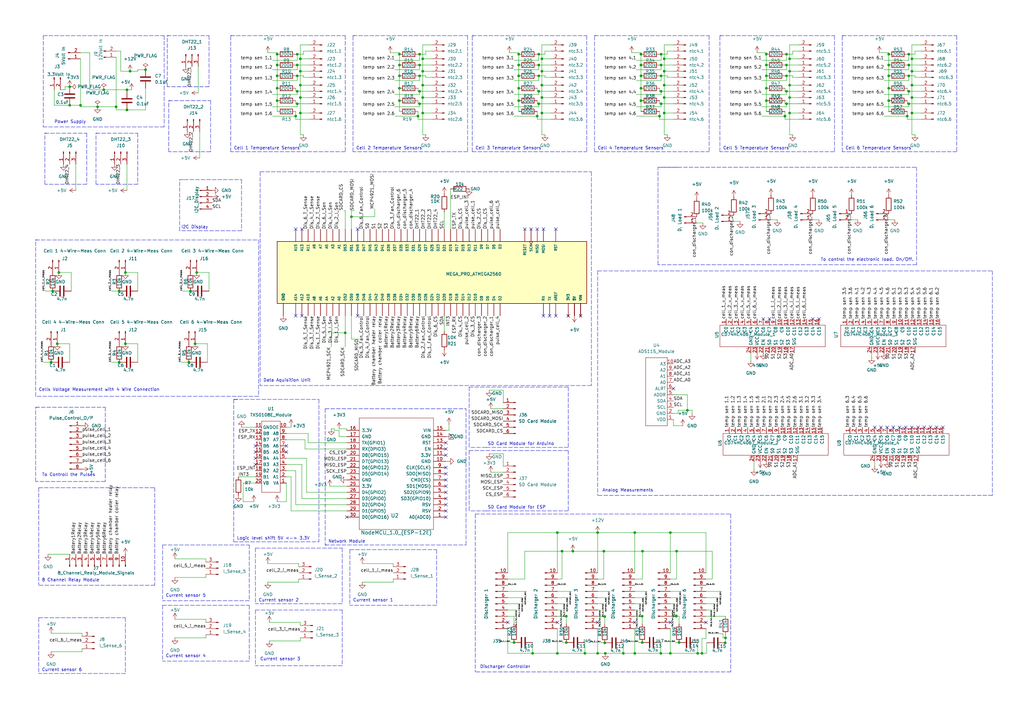
<source format=kicad_sch>
(kicad_sch (version 20211123) (generator eeschema)
  (paper "A3")
  (junction (at 364.49 26.67))
  (junction (at 220.98 31.115))
  (junction (at 222.25 29.21))
  (junction (at 21.59 119.38))
  (junction (at 23.495 140.97))
  (junction (at 364.49 36.195))
  (junction (at 48.895 148.59))
  (junction (at 163.83 26.67))
  (junction (at 270.51 47.625))
  (junction (at 222.25 40.005))
  (junction (at 218.44 267.97))
  (junction (at 262.89 36.195))
  (junction (at 234.95 226.06))
  (junction (at 374.015 29.21))
  (junction (at 113.665 22.225))
  (junction (at 144.145 88.9))
  (junction (at 172.085 42.545))
  (junction (at 52.07 36.83))
  (junction (at 272.415 40.005))
  (junction (at 314.325 36.195))
  (junction (at 271.145 37.465))
  (junction (at 28.575 35.56))
  (junction (at 272.415 34.925))
  (junction (at 321.945 47.625))
  (junction (at 172.085 26.67))
  (junction (at 323.85 40.005))
  (junction (at 239.903 267.97))
  (junction (at 212.725 36.195))
  (junction (at 364.49 41.275))
  (junction (at 272.415 24.13))
  (junction (at 232.283 263.525))
  (junction (at 297.434 263.652))
  (junction (at 20.955 148.59))
  (junction (at 47.625 43.815))
  (junction (at 173.355 24.13))
  (junction (at 245.11 267.97))
  (junction (at 364.49 22.225))
  (junction (at 372.745 26.67))
  (junction (at 314.325 22.225))
  (junction (at 260.35 218.44))
  (junction (at 212.725 41.275))
  (junction (at 372.11 47.625))
  (junction (at 113.665 26.67))
  (junction (at 28.575 43.18))
  (junction (at 220.98 37.465))
  (junction (at 77.47 148.59))
  (junction (at 48.895 119.38))
  (junction (at 248.031 263.652))
  (junction (at 271.145 31.115))
  (junction (at 262.89 31.115))
  (junction (at 372.745 42.545))
  (junction (at 323.85 46.355))
  (junction (at 171.45 47.625))
  (junction (at 51.435 111.76))
  (junction (at 322.58 31.115))
  (junction (at 271.145 26.67))
  (junction (at 222.25 46.355))
  (junction (at 210.82 263.525))
  (junction (at 374.015 24.13))
  (junction (at 314.325 31.115))
  (junction (at 323.85 29.21))
  (junction (at 372.745 22.225))
  (junction (at 274.955 218.44))
  (junction (at 163.83 41.275))
  (junction (at 245.11 218.44))
  (junction (at 323.85 24.13))
  (junction (at 123.19 34.925))
  (junction (at 121.285 47.625))
  (junction (at 212.725 22.225))
  (junction (at 222.25 24.13))
  (junction (at 220.98 42.545))
  (junction (at 372.745 37.465))
  (junction (at 374.015 34.925))
  (junction (at 220.345 47.625))
  (junction (at 287.909 267.97))
  (junction (at 228.6 218.44))
  (junction (at 123.19 24.13))
  (junction (at 277.368 252.603))
  (junction (at 163.83 36.195))
  (junction (at 272.415 46.355))
  (junction (at 220.98 22.225))
  (junction (at 121.92 42.545))
  (junction (at 248.031 252.857))
  (junction (at 297.561 261.62))
  (junction (at 322.58 22.225))
  (junction (at 271.145 42.545))
  (junction (at 40.005 43.815))
  (junction (at 364.49 31.115))
  (junction (at 220.98 26.67))
  (junction (at 123.19 46.355))
  (junction (at 113.665 36.195))
  (junction (at 262.89 26.67))
  (junction (at 322.58 42.545))
  (junction (at 173.355 40.005))
  (junction (at 123.19 40.005))
  (junction (at 212.725 31.115))
  (junction (at 232.283 252.73))
  (junction (at 271.018 267.97))
  (junction (at 260.35 267.97))
  (junction (at 163.83 22.225))
  (junction (at 228.6 267.97))
  (junction (at 271.145 22.225))
  (junction (at 173.355 46.355))
  (junction (at 222.25 34.925))
  (junction (at 255.651 267.97))
  (junction (at 262.89 22.225))
  (junction (at 80.645 111.76))
  (junction (at 277.368 252.73))
  (junction (at 121.92 37.465))
  (junction (at 121.92 31.115))
  (junction (at 230.505 226.06))
  (junction (at 314.325 26.67))
  (junction (at 59.69 28.575))
  (junction (at 374.015 46.355))
  (junction (at 113.665 31.115))
  (junction (at 163.83 31.115))
  (junction (at 51.435 140.97))
  (junction (at 121.92 26.67))
  (junction (at 173.355 29.21))
  (junction (at 322.58 26.67))
  (junction (at 53.34 29.21))
  (junction (at 263.398 252.73))
  (junction (at 374.015 40.005))
  (junction (at 314.325 41.275))
  (junction (at 172.085 31.115))
  (junction (at 80.01 140.97))
  (junction (at 281.94 168.275))
  (junction (at 123.19 29.21))
  (junction (at 272.415 29.21))
  (junction (at 372.745 31.115))
  (junction (at 263.398 263.525))
  (junction (at 141.605 136.525))
  (junction (at 42.545 36.83))
  (junction (at 113.665 41.275))
  (junction (at 52.07 45.085))
  (junction (at 278.511 263.525))
  (junction (at 121.92 22.225))
  (junction (at 172.085 37.465))
  (junction (at 322.58 37.465))
  (junction (at 263.525 226.06))
  (junction (at 262.89 41.275))
  (junction (at 286.131 267.97))
  (junction (at 274.955 267.97))
  (junction (at 33.02 43.18))
  (junction (at 173.355 34.925))
  (junction (at 78.105 119.38))
  (junction (at 212.725 26.67))
  (junction (at 277.495 226.06))
  (junction (at 323.85 34.925))
  (junction (at 24.13 111.76))
  (junction (at 172.085 22.225))
  (junction (at 248.285 267.97))
  (junction (at 247.65 226.06))
  (no_connect (at 227.965 93.98))
  (no_connect (at 238.125 129.54))
  (no_connect (at 233.045 129.54))
  (no_connect (at 227.965 129.54))
  (no_connect (at 225.425 129.54))
  (no_connect (at 222.885 129.54))
  (no_connect (at 146.685 129.54))
  (no_connect (at 146.685 93.98))
  (no_connect (at 117.475 185.42))
  (no_connect (at 117.475 182.88))
  (no_connect (at 182.88 191.77))
  (no_connect (at 182.88 194.31))
  (no_connect (at 182.88 196.85))
  (no_connect (at 182.88 199.39))
  (no_connect (at 228.6 255.27))
  (no_connect (at 208.28 255.27))
  (no_connect (at 245.11 255.27))
  (no_connect (at 274.955 255.27))
  (no_connect (at 260.35 255.27))
  (no_connect (at 289.56 255.27))
  (no_connect (at 358.775 175.26))
  (no_connect (at 361.315 175.26))
  (no_connect (at 363.855 175.26))
  (no_connect (at 366.395 175.26))
  (no_connect (at 368.935 175.26))
  (no_connect (at 182.88 204.47))
  (no_connect (at 182.88 201.93))
  (no_connect (at 142.24 212.09))
  (no_connect (at 121.285 129.54))
  (no_connect (at 123.825 129.54))
  (no_connect (at 217.805 93.98))
  (no_connect (at 220.345 93.98))
  (no_connect (at 222.885 93.98))
  (no_connect (at 104.775 182.88))
  (no_connect (at 104.775 190.5))
  (no_connect (at 104.775 187.96))
  (no_connect (at 104.775 185.42))
  (no_connect (at 182.88 212.09))
  (no_connect (at 182.88 209.55))
  (no_connect (at 182.88 207.01))
  (no_connect (at 182.88 181.61))
  (no_connect (at 182.88 186.69))
  (no_connect (at 182.88 184.15))
  (no_connect (at 335.915 130.81))
  (no_connect (at 333.375 130.81))
  (no_connect (at 315.595 130.81))
  (no_connect (at 313.055 130.81))
  (no_connect (at 215.265 93.98))
  (no_connect (at 123.825 93.98))
  (no_connect (at 121.285 93.98))
  (no_connect (at 276.225 159.385))
  (no_connect (at 371.475 175.26))
  (no_connect (at 374.015 175.26))
  (no_connect (at 376.555 175.26))
  (no_connect (at 379.095 175.26))
  (no_connect (at 381.635 175.26))
  (no_connect (at 384.175 175.26))
  (no_connect (at 386.715 175.26))
  (wire (pts (xy 364.49 26.67) (xy 364.49 31.115)))
  (wire (pts (xy 271.145 31.115) (xy 271.145 33.02)))
  (wire (pts (xy 372.11 31.115) (xy 372.745 31.115)))
  (wire (pts (xy 322.58 26.67) (xy 322.58 28.575)))
  (wire (pts (xy 277.495 226.06) (xy 263.525 226.06)))
  (wire (pts (xy 123.19 40.005) (xy 123.19 46.355)))
  (wire (pts (xy 141.605 129.54) (xy 141.605 136.525)))
  (wire (pts (xy 357.505 146.685) (xy 357.505 144.78)))
  (wire (pts (xy 220.345 36.195) (xy 220.345 37.465)))
  (wire (pts (xy 314.325 21.59) (xy 314.325 22.225)))
  (polyline (pts (xy 299.72 210.82) (xy 299.72 275.59)))
  (wire (pts (xy 26.67 35.56) (xy 28.575 35.56)))
  (wire (pts (xy 286.131 263.525) (xy 286.131 267.97)))
  (wire (pts (xy 200.66 160.02) (xy 206.375 160.02)))
  (wire (pts (xy 210.82 24.765) (xy 220.98 24.765)))
  (polyline (pts (xy 140.335 247.65) (xy 104.775 247.65)))
  (wire (pts (xy 182.245 86.995) (xy 182.245 93.98)))
  (polyline (pts (xy 243.84 62.23) (xy 290.83 62.23)))
  (wire (pts (xy 321.945 36.195) (xy 321.945 37.465)))
  (wire (pts (xy 144.145 93.98) (xy 144.145 88.9)))
  (wire (pts (xy 174.625 20.955) (xy 177.165 20.955)))
  (wire (pts (xy 270.51 31.115) (xy 271.145 31.115)))
  (polyline (pts (xy 299.72 275.59) (xy 194.945 275.59)))
  (polyline (pts (xy 15.875 200.025) (xy 63.5 200.025)))
  (wire (pts (xy 121.92 22.225) (xy 124.46 22.225)))
  (wire (pts (xy 59.69 45.085) (xy 59.69 36.195)))
  (polyline (pts (xy 140.335 250.19) (xy 140.335 273.05)))
  (wire (pts (xy 272.415 34.925) (xy 276.225 34.925)))
  (wire (pts (xy 325.12 31.75) (xy 327.66 31.75)))
  (polyline (pts (xy 295.275 14.605) (xy 295.91 14.605)))
  (wire (pts (xy 171.45 31.115) (xy 172.085 31.115)))
  (wire (pts (xy 212.725 31.115) (xy 212.725 36.195)))
  (polyline (pts (xy 18.415 75.565) (xy 18.415 54.61)))
  (wire (pts (xy 262.89 31.115) (xy 262.89 36.195)))
  (wire (pts (xy 374.015 34.925) (xy 377.825 34.925)))
  (wire (pts (xy 372.745 26.67) (xy 372.745 28.575)))
  (wire (pts (xy 220.98 26.67) (xy 226.06 26.67)))
  (polyline (pts (xy 95.885 163.83) (xy 95.885 222.25)))
  (wire (pts (xy 323.85 34.925) (xy 327.66 34.925)))
  (wire (pts (xy 47.625 45.085) (xy 52.07 45.085)))
  (wire (pts (xy 52.07 36.83) (xy 53.975 36.83)))
  (wire (pts (xy 97.79 195.58) (xy 104.775 195.58)))
  (polyline (pts (xy 15.875 253.365) (xy 15.875 276.225)))
  (wire (pts (xy 260.35 257.81) (xy 260.35 267.97)))
  (wire (pts (xy 137.16 176.53) (xy 137.16 175.895)))
  (wire (pts (xy 312.42 43.815) (xy 322.58 43.815)))
  (polyline (pts (xy 68.58 14.605) (xy 69.215 14.605)))
  (wire (pts (xy 99.695 198.12) (xy 99.695 205.74)))
  (polyline (pts (xy 240.665 14.605) (xy 240.665 62.23)))
  (wire (pts (xy 113.665 21.59) (xy 113.665 22.225)))
  (wire (pts (xy 208.28 257.81) (xy 208.28 267.97)))
  (wire (pts (xy 322.58 42.545) (xy 322.58 43.815)))
  (polyline (pts (xy 94.615 14.605) (xy 95.25 14.605)))
  (polyline (pts (xy 86.36 62.23) (xy 69.215 62.23)))
  (wire (pts (xy 139.065 176.53) (xy 137.16 176.53)))
  (wire (pts (xy 117.475 193.04) (xy 121.285 193.04)))
  (wire (pts (xy 121.92 22.225) (xy 121.92 24.765)))
  (wire (pts (xy 372.745 31.115) (xy 375.285 31.115)))
  (wire (pts (xy 201.295 193.675) (xy 206.375 193.675)))
  (wire (pts (xy 260.35 237.49) (xy 263.525 237.49)))
  (wire (pts (xy 374.015 34.925) (xy 374.015 40.005)))
  (wire (pts (xy 273.685 22.225) (xy 273.685 20.955)))
  (wire (pts (xy 372.745 22.225) (xy 372.745 24.765)))
  (wire (pts (xy 20.955 148.59) (xy 17.78 148.59)))
  (polyline (pts (xy 193.675 62.23) (xy 240.665 62.23)))
  (wire (pts (xy 153.67 85.725) (xy 153.67 88.9)))
  (wire (pts (xy 123.19 18.415) (xy 123.19 24.13)))
  (polyline (pts (xy 63.5 200.025) (xy 63.5 240.03)))
  (wire (pts (xy 245.11 267.97) (xy 248.285 267.97)))
  (wire (pts (xy 226.06 18.415) (xy 222.25 18.415)))
  (wire (pts (xy 84.455 261.62) (xy 84.455 260.35)))
  (wire (pts (xy 372.745 31.115) (xy 372.745 33.02)))
  (polyline (pts (xy 342.265 14.605) (xy 342.265 62.23)))
  (wire (pts (xy 182.245 129.54) (xy 182.245 135.89)))
  (wire (pts (xy 260.35 250.19) (xy 261.62 250.19)))
  (wire (pts (xy 222.25 29.21) (xy 226.06 29.21)))
  (wire (pts (xy 208.28 267.97) (xy 218.44 267.97)))
  (wire (pts (xy 228.6 237.49) (xy 230.505 237.49)))
  (wire (pts (xy 374.015 46.355) (xy 374.015 55.245)))
  (wire (pts (xy 245.11 247.65) (xy 247.65 247.65)))
  (wire (pts (xy 173.355 55.245) (xy 174.625 55.245)))
  (wire (pts (xy 220.98 42.545) (xy 220.98 43.815)))
  (wire (pts (xy 19.685 227.33) (xy 28.575 227.33)))
  (wire (pts (xy 222.25 34.925) (xy 222.25 40.005)))
  (wire (pts (xy 374.015 18.415) (xy 374.015 24.13)))
  (wire (pts (xy 163.83 31.115) (xy 163.83 36.195)))
  (polyline (pts (xy 15.875 200.025) (xy 15.875 240.03)))
  (polyline (pts (xy 56.515 75.565) (xy 39.37 75.565)))
  (wire (pts (xy 274.955 242.57) (xy 279.4 242.57)))
  (wire (pts (xy 262.89 41.275) (xy 262.89 45.72)))
  (wire (pts (xy 377.825 18.415) (xy 374.015 18.415)))
  (wire (pts (xy 273.685 20.955) (xy 276.225 20.955)))
  (wire (pts (xy 137.16 175.895) (xy 135.89 175.895)))
  (wire (pts (xy 141.605 86.36) (xy 140.97 86.36)))
  (wire (pts (xy 260.985 43.815) (xy 271.145 43.815)))
  (polyline (pts (xy 69.215 41.275) (xy 69.85 41.275)))
  (wire (pts (xy 172.085 37.465) (xy 172.085 38.735)))
  (wire (pts (xy 161.925 43.815) (xy 172.085 43.815)))
  (wire (pts (xy 321.945 41.275) (xy 321.945 42.545)))
  (polyline (pts (xy 407.035 203.2) (xy 245.11 203.2)))
  (wire (pts (xy 325.12 31.115) (xy 325.12 31.75)))
  (wire (pts (xy 173.355 40.005) (xy 173.355 46.355)))
  (wire (pts (xy 36.83 36.83) (xy 42.545 36.83)))
  (wire (pts (xy 163.83 41.275) (xy 163.83 45.72)))
  (wire (pts (xy 109.855 231.14) (xy 122.555 231.14)))
  (wire (pts (xy 208.28 237.49) (xy 215.265 237.49)))
  (wire (pts (xy 273.685 31.75) (xy 276.225 31.75)))
  (polyline (pts (xy 194.945 210.82) (xy 299.72 210.82)))
  (wire (pts (xy 113.665 36.195) (xy 113.665 41.275)))
  (wire (pts (xy 172.085 31.115) (xy 174.625 31.115)))
  (wire (pts (xy 270.51 26.67) (xy 271.145 26.67)))
  (wire (pts (xy 121.92 37.465) (xy 121.92 38.735)))
  (wire (pts (xy 77.47 148.59) (xy 74.295 148.59)))
  (wire (pts (xy 161.925 38.735) (xy 172.085 38.735)))
  (wire (pts (xy 364.49 22.225) (xy 364.49 26.67)))
  (wire (pts (xy 310.515 21.59) (xy 314.325 21.59)))
  (wire (pts (xy 210.82 263.525) (xy 209.296 263.525)))
  (wire (pts (xy 42.545 36.83) (xy 52.07 36.83)))
  (wire (pts (xy 314.325 36.195) (xy 314.325 41.275)))
  (polyline (pts (xy 345.44 14.605) (xy 346.075 14.605)))
  (wire (pts (xy 272.415 34.925) (xy 272.415 40.005)))
  (polyline (pts (xy 18.415 54.61) (xy 19.05 54.61)))
  (wire (pts (xy 148.59 238.76) (xy 161.29 238.76)))
  (wire (pts (xy 228.6 218.44) (xy 245.11 218.44)))
  (wire (pts (xy 119.38 175.26) (xy 119.38 174.625)))
  (wire (pts (xy 274.955 245.11) (xy 278.13 245.11)))
  (wire (pts (xy 274.955 247.65) (xy 276.86 247.65)))
  (wire (pts (xy 208.28 245.11) (xy 214.63 245.11)))
  (wire (pts (xy 126.365 181.61) (xy 142.24 181.61)))
  (wire (pts (xy 364.49 36.195) (xy 364.49 41.275)))
  (wire (pts (xy 33.655 259.715) (xy 33.655 260.985)))
  (wire (pts (xy 29.21 119.38) (xy 29.21 111.76)))
  (polyline (pts (xy 133.35 223.52) (xy 191.135 223.52)))
  (wire (pts (xy 261.874 263.525) (xy 261.874 263.398)))
  (wire (pts (xy 232.283 252.73) (xy 232.283 255.905)))
  (wire (pts (xy 173.355 46.355) (xy 173.355 55.245)))
  (polyline (pts (xy 99.06 73.66) (xy 99.06 94.615)))
  (wire (pts (xy 111.76 38.735) (xy 121.92 38.735)))
  (wire (pts (xy 277.368 252.73) (xy 278.511 252.73)))
  (polyline (pts (xy 75.565 73.66) (xy 99.06 73.66)))
  (wire (pts (xy 171.45 37.465) (xy 172.085 37.465)))
  (wire (pts (xy 245.11 250.19) (xy 246.38 250.19)))
  (polyline (pts (xy 51.435 276.225) (xy 15.875 276.225)))
  (wire (pts (xy 323.85 34.925) (xy 323.85 40.005)))
  (wire (pts (xy 206.375 160.02) (xy 206.375 165.1)))
  (wire (pts (xy 215.265 226.06) (xy 230.505 226.06)))
  (polyline (pts (xy 345.44 62.23) (xy 345.44 14.605)))
  (wire (pts (xy 119.38 195.58) (xy 119.38 209.55)))
  (wire (pts (xy 123.19 255.27) (xy 123.19 256.54)))
  (wire (pts (xy 272.415 46.355) (xy 272.415 55.245)))
  (wire (pts (xy 372.11 26.67) (xy 372.745 26.67)))
  (wire (pts (xy 124.46 31.115) (xy 124.46 31.75)))
  (wire (pts (xy 372.11 41.275) (xy 372.11 42.545)))
  (polyline (pts (xy 144.78 14.605) (xy 145.415 14.605)))
  (wire (pts (xy 323.85 55.245) (xy 325.12 55.245)))
  (wire (pts (xy 31.115 67.31) (xy 31.115 78.105)))
  (wire (pts (xy 322.58 37.465) (xy 327.66 37.465)))
  (wire (pts (xy 270.51 36.195) (xy 270.51 37.465)))
  (wire (pts (xy 47.625 43.815) (xy 40.005 43.815)))
  (wire (pts (xy 172.085 42.545) (xy 172.085 43.815)))
  (wire (pts (xy 84.455 254) (xy 84.455 255.27)))
  (wire (pts (xy 113.665 31.115) (xy 113.665 36.195)))
  (wire (pts (xy 323.85 18.415) (xy 323.85 24.13)))
  (wire (pts (xy 360.68 21.59) (xy 364.49 21.59)))
  (wire (pts (xy 272.415 24.13) (xy 276.225 24.13)))
  (polyline (pts (xy 193.675 14.605) (xy 240.665 14.605)))
  (polyline (pts (xy 141.605 14.605) (xy 141.605 62.23)))
  (wire (pts (xy 84.455 236.855) (xy 84.455 235.585)))
  (wire (pts (xy 296.545 261.62) (xy 297.561 261.62)))
  (polyline (pts (xy 94.615 14.605) (xy 141.605 14.605)))
  (polyline (pts (xy 199.39 209.55) (xy 233.045 209.55)))
  (polyline (pts (xy 14.605 98.425) (xy 106.045 98.425)))
  (wire (pts (xy 173.355 34.925) (xy 177.165 34.925)))
  (wire (pts (xy 111.76 33.02) (xy 121.92 33.02)))
  (wire (pts (xy 273.685 31.115) (xy 273.685 31.75)))
  (wire (pts (xy 71.755 254) (xy 84.455 254)))
  (wire (pts (xy 125.095 180.34) (xy 117.475 180.34)))
  (wire (pts (xy 289.814 263.652) (xy 289.814 267.97)))
  (wire (pts (xy 297.561 261.62) (xy 297.561 263.652)))
  (wire (pts (xy 274.955 237.49) (xy 277.495 237.49)))
  (wire (pts (xy 372.11 37.465) (xy 372.745 37.465)))
  (polyline (pts (xy 51.435 253.365) (xy 51.435 276.225)))
  (polyline (pts (xy 66.675 223.52) (xy 102.235 223.52)))
  (wire (pts (xy 218.44 267.97) (xy 228.6 267.97)))
  (wire (pts (xy 218.44 263.525) (xy 218.44 267.97)))
  (wire (pts (xy 49.53 29.21) (xy 53.34 29.21)))
  (wire (pts (xy 272.415 24.13) (xy 272.415 29.21)))
  (wire (pts (xy 28.575 148.59) (xy 28.575 140.97)))
  (wire (pts (xy 144.145 129.54) (xy 144.145 139.065)))
  (wire (pts (xy 276.987 263.525) (xy 276.987 263.398)))
  (wire (pts (xy 172.085 22.225) (xy 172.085 24.765)))
  (wire (pts (xy 245.11 242.57) (xy 250.19 242.57)))
  (wire (pts (xy 171.45 42.545) (xy 172.085 42.545)))
  (wire (pts (xy 208.28 218.44) (xy 228.6 218.44)))
  (wire (pts (xy 124.46 31.75) (xy 127 31.75)))
  (polyline (pts (xy 245.11 111.125) (xy 245.11 203.2)))
  (wire (pts (xy 173.355 40.005) (xy 177.165 40.005)))
  (wire (pts (xy 220.98 22.225) (xy 220.98 24.765)))
  (wire (pts (xy 272.415 29.21) (xy 272.415 34.925)))
  (wire (pts (xy 372.745 42.545) (xy 377.825 42.545)))
  (wire (pts (xy 53.34 29.21) (xy 56.515 29.21)))
  (wire (pts (xy 222.25 46.355) (xy 222.25 55.245)))
  (wire (pts (xy 276.225 161.925) (xy 281.94 161.925)))
  (polyline (pts (xy 73.66 94.615) (xy 73.66 73.66)))
  (wire (pts (xy 56.515 28.575) (xy 59.69 28.575)))
  (wire (pts (xy 36.83 21.59) (xy 33.02 21.59)))
  (wire (pts (xy 109.855 21.59) (xy 113.665 21.59)))
  (wire (pts (xy 270.51 42.545) (xy 271.145 42.545)))
  (wire (pts (xy 135.255 199.39) (xy 142.24 199.39)))
  (polyline (pts (xy 271.145 68.58) (xy 375.92 68.58)))
  (wire (pts (xy 177.165 18.415) (xy 173.355 18.415)))
  (wire (pts (xy 222.25 18.415) (xy 222.25 24.13)))
  (wire (pts (xy 21.59 119.38) (xy 18.415 119.38)))
  (wire (pts (xy 292.1 237.49) (xy 292.1 226.06)))
  (wire (pts (xy 271.018 263.525) (xy 271.018 267.97)))
  (wire (pts (xy 171.45 22.225) (xy 172.085 22.225)))
  (wire (pts (xy 270.51 41.275) (xy 270.51 42.545)))
  (wire (pts (xy 85.09 140.97) (xy 80.01 140.97)))
  (polyline (pts (xy 102.235 223.52) (xy 102.235 246.38)))
  (wire (pts (xy 322.58 42.545) (xy 327.66 42.545)))
  (wire (pts (xy 33.02 24.13) (xy 33.02 43.18)))
  (wire (pts (xy 272.415 46.355) (xy 276.225 46.355)))
  (wire (pts (xy 174.625 31.75) (xy 177.165 31.75)))
  (polyline (pts (xy 67.31 52.07) (xy 17.78 52.07)))
  (wire (pts (xy 247.65 226.06) (xy 234.95 226.06)))
  (wire (pts (xy 56.515 148.59) (xy 56.515 140.97)))
  (polyline (pts (xy 295.275 14.605) (xy 342.265 14.605)))
  (wire (pts (xy 220.98 31.115) (xy 223.52 31.115)))
  (wire (pts (xy 49.53 20.955) (xy 49.53 29.21)))
  (wire (pts (xy 220.98 26.67) (xy 220.98 28.575)))
  (wire (pts (xy 123.19 24.13) (xy 123.19 29.21)))
  (wire (pts (xy 172.085 26.67) (xy 172.085 28.575)))
  (wire (pts (xy 263.525 226.06) (xy 247.65 226.06)))
  (wire (pts (xy 208.915 21.59) (xy 212.725 21.59)))
  (polyline (pts (xy 193.675 14.605) (xy 194.31 14.605)))
  (wire (pts (xy 121.92 42.545) (xy 127 42.545)))
  (wire (pts (xy 223.52 22.225) (xy 223.52 20.955)))
  (wire (pts (xy 173.355 46.355) (xy 177.165 46.355)))
  (wire (pts (xy 113.665 41.275) (xy 113.665 45.72)))
  (polyline (pts (xy 392.43 14.605) (xy 392.43 62.23)))
  (polyline (pts (xy 199.39 209.55) (xy 192.405 209.55)))
  (wire (pts (xy 71.755 236.855) (xy 84.455 236.855)))
  (wire (pts (xy 28.575 140.97) (xy 23.495 140.97)))
  (polyline (pts (xy 375.92 108.585) (xy 269.875 108.585)))
  (wire (pts (xy 123.19 55.245) (xy 124.46 55.245)))
  (polyline (pts (xy 140.335 273.05) (xy 104.775 273.05)))
  (polyline (pts (xy 102.235 246.38) (xy 66.675 246.38)))
  (wire (pts (xy 322.58 37.465) (xy 322.58 38.735)))
  (wire (pts (xy 124.46 22.225) (xy 124.46 20.955)))
  (wire (pts (xy 289.56 242.57) (xy 295.91 242.57)))
  (wire (pts (xy 289.56 261.874) (xy 287.909 261.874)))
  (wire (pts (xy 121.285 42.545) (xy 121.92 42.545)))
  (wire (pts (xy 333.375 90.17) (xy 335.915 90.17)))
  (wire (pts (xy 141.605 93.98) (xy 141.605 86.36)))
  (wire (pts (xy 271.145 22.225) (xy 273.685 22.225)))
  (wire (pts (xy 323.85 46.355) (xy 327.66 46.355)))
  (wire (pts (xy 117.475 195.58) (xy 119.38 195.58)))
  (wire (pts (xy 297.434 263.652) (xy 297.561 263.652)))
  (wire (pts (xy 47.625 23.495) (xy 47.625 43.815)))
  (wire (pts (xy 245.11 252.73) (xy 248.031 252.73)))
  (wire (pts (xy 364.49 41.275) (xy 364.49 45.72)))
  (polyline (pts (xy 95.885 163.83) (xy 130.81 163.83)))
  (polyline (pts (xy 106.68 70.485) (xy 106.68 158.115)))
  (wire (pts (xy 248.031 263.652) (xy 246.507 263.652)))
  (wire (pts (xy 144.145 139.065) (xy 147.32 139.065)))
  (wire (pts (xy 208.28 242.57) (xy 215.9 242.57)))
  (wire (pts (xy 111.76 47.625) (xy 121.285 47.625)))
  (polyline (pts (xy 192.405 184.785) (xy 192.405 209.55)))
  (wire (pts (xy 289.56 247.65) (xy 293.37 247.65)))
  (wire (pts (xy 325.12 20.955) (xy 327.66 20.955)))
  (polyline (pts (xy 14.605 167.005) (xy 43.18 167.005)))
  (wire (pts (xy 270.51 45.72) (xy 270.51 47.625)))
  (wire (pts (xy 121.92 26.67) (xy 121.92 28.575)))
  (wire (pts (xy 300.99 90.805) (xy 303.53 90.805)))
  (wire (pts (xy 272.415 40.005) (xy 272.415 46.355)))
  (wire (pts (xy 281.94 168.275) (xy 283.845 168.275)))
  (polyline (pts (xy 86.36 41.275) (xy 86.36 62.23)))
  (wire (pts (xy 246.507 263.652) (xy 246.507 263.525)))
  (wire (pts (xy 26.67 36.83) (xy 26.67 35.56)))
  (polyline (pts (xy 133.35 167.64) (xy 133.35 223.52)))
  (wire (pts (xy 283.845 168.275) (xy 283.845 169.545)))
  (wire (pts (xy 121.92 31.115) (xy 121.92 33.02)))
  (wire (pts (xy 263.398 252.73) (xy 263.525 252.73)))
  (wire (pts (xy 322.58 22.225) (xy 325.12 22.225)))
  (wire (pts (xy 274.955 267.97) (xy 286.131 267.97)))
  (wire (pts (xy 321.945 48.895) (xy 327.66 48.895)))
  (polyline (pts (xy 192.405 184.785) (xy 233.045 184.785)))
  (wire (pts (xy 29.21 111.76) (xy 24.13 111.76)))
  (wire (pts (xy 272.415 29.21) (xy 276.225 29.21)))
  (wire (pts (xy 123.19 34.925) (xy 127 34.925)))
  (wire (pts (xy 212.725 21.59) (xy 212.725 22.225)))
  (polyline (pts (xy 39.37 75.565) (xy 39.37 54.61)))
  (wire (pts (xy 119.38 209.55) (xy 142.24 209.55)))
  (polyline (pts (xy 243.84 62.23) (xy 243.84 14.605)))
  (wire (pts (xy 276.225 172.085) (xy 276.225 174.625)))
  (wire (pts (xy 372.11 22.225) (xy 372.745 22.225)))
  (wire (pts (xy 327.66 18.415) (xy 323.85 18.415)))
  (wire (pts (xy 272.415 55.245) (xy 273.685 55.245)))
  (polyline (pts (xy 56.515 54.61) (xy 56.515 75.565)))
  (wire (pts (xy 123.825 190.5) (xy 123.825 204.47)))
  (wire (pts (xy 210.82 28.575) (xy 220.98 28.575)))
  (polyline (pts (xy 102.235 248.285) (xy 102.235 271.145)))
  (wire (pts (xy 322.58 31.115) (xy 322.58 33.02)))
  (wire (pts (xy 374.015 40.005) (xy 377.825 40.005)))
  (wire (pts (xy 171.45 36.195) (xy 171.45 37.465)))
  (wire (pts (xy 99.06 175.26) (xy 104.775 175.26)))
  (wire (pts (xy 142.24 175.895) (xy 142.24 176.53)))
  (wire (pts (xy 52.07 67.31) (xy 52.07 78.105)))
  (wire (pts (xy 220.345 48.895) (xy 226.06 48.895)))
  (wire (pts (xy 271.145 26.67) (xy 276.225 26.67)))
  (wire (pts (xy 121.285 48.895) (xy 127 48.895)))
  (wire (pts (xy 220.98 22.225) (xy 223.52 22.225)))
  (wire (pts (xy 362.585 28.575) (xy 372.745 28.575)))
  (wire (pts (xy 270.51 48.895) (xy 276.225 48.895)))
  (wire (pts (xy 228.6 218.44) (xy 228.6 234.95)))
  (wire (pts (xy 372.745 37.465) (xy 377.825 37.465)))
  (polyline (pts (xy 199.39 183.515) (xy 233.045 183.515)))
  (wire (pts (xy 271.018 267.97) (xy 274.955 267.97)))
  (wire (pts (xy 274.955 250.19) (xy 276.225 250.19)))
  (polyline (pts (xy 104.775 224.79) (xy 104.775 247.65)))
  (wire (pts (xy 374.015 40.005) (xy 374.015 46.355)))
  (polyline (pts (xy 102.235 271.145) (xy 66.675 271.145)))
  (wire (pts (xy 81.915 53.975) (xy 81.915 64.77)))
  (wire (pts (xy 121.285 26.67) (xy 121.92 26.67)))
  (polyline (pts (xy 69.215 41.275) (xy 86.36 41.275)))
  (wire (pts (xy 110.49 262.89) (xy 123.19 262.89)))
  (wire (pts (xy 260.985 38.735) (xy 271.145 38.735)))
  (wire (pts (xy 220.345 31.115) (xy 220.98 31.115)))
  (polyline (pts (xy 191.135 223.52) (xy 191.135 167.64)))
  (wire (pts (xy 210.82 33.02) (xy 220.98 33.02)))
  (wire (pts (xy 372.745 22.225) (xy 375.285 22.225)))
  (wire (pts (xy 260.985 47.625) (xy 270.51 47.625)))
  (polyline (pts (xy 199.39 183.515) (xy 192.405 183.515)))
  (wire (pts (xy 230.505 237.49) (xy 230.505 226.06)))
  (wire (pts (xy 184.785 77.47) (xy 184.785 93.98)))
  (wire (pts (xy 20.955 267.335) (xy 33.655 267.335)))
  (wire (pts (xy 323.85 46.355) (xy 323.85 55.245)))
  (wire (pts (xy 228.6 250.19) (xy 230.505 250.19)))
  (wire (pts (xy 212.725 26.67) (xy 212.725 31.115)))
  (polyline (pts (xy 143.51 225.425) (xy 143.51 248.285)))
  (wire (pts (xy 121.285 36.195) (xy 121.285 37.465)))
  (wire (pts (xy 323.85 29.21) (xy 327.66 29.21)))
  (wire (pts (xy 312.42 38.735) (xy 322.58 38.735)))
  (wire (pts (xy 209.296 263.525) (xy 209.296 263.398)))
  (wire (pts (xy 325.12 22.225) (xy 325.12 20.955)))
  (wire (pts (xy 314.325 41.275) (xy 314.325 45.72)))
  (polyline (pts (xy 68.58 35.56) (xy 68.58 14.605)))
  (polyline (pts (xy 130.81 163.83) (xy 130.81 222.25)))
  (polyline (pts (xy 106.045 98.425) (xy 106.045 162.56)))
  (wire (pts (xy 260.985 33.02) (xy 271.145 33.02)))
  (wire (pts (xy 374.015 24.13) (xy 374.015 29.21)))
  (wire (pts (xy 312.42 24.765) (xy 322.58 24.765)))
  (wire (pts (xy 285.75 91.44) (xy 288.29 91.44)))
  (polyline (pts (xy 133.35 223.52) (xy 133.985 223.52)))
  (wire (pts (xy 123.19 46.355) (xy 123.19 55.245)))
  (wire (pts (xy 48.895 119.38) (xy 45.72 119.38)))
  (wire (pts (xy 104.14 205.74) (xy 99.695 205.74)))
  (wire (pts (xy 56.515 111.76) (xy 51.435 111.76)))
  (wire (pts (xy 271.145 22.225) (xy 271.145 24.765)))
  (wire (pts (xy 321.945 47.625) (xy 321.945 48.895)))
  (wire (pts (xy 228.6 242.57) (xy 234.315 242.57)))
  (wire (pts (xy 223.52 31.75) (xy 226.06 31.75)))
  (wire (pts (xy 111.76 43.815) (xy 121.92 43.815)))
  (wire (pts (xy 173.355 34.925) (xy 173.355 40.005)))
  (wire (pts (xy 182.88 189.23) (xy 183.515 189.23)))
  (wire (pts (xy 220.98 37.465) (xy 220.98 38.735)))
  (wire (pts (xy 161.925 33.02) (xy 172.085 33.02)))
  (wire (pts (xy 52.07 36.83) (xy 52.07 37.465)))
  (wire (pts (xy 364.49 31.115) (xy 364.49 36.195)))
  (wire (pts (xy 323.85 40.005) (xy 323.85 46.355)))
  (wire (pts (xy 289.56 252.73) (xy 297.561 252.73)))
  (wire (pts (xy 210.82 38.735) (xy 220.98 38.735)))
  (polyline (pts (xy 39.37 54.61) (xy 40.005 54.61)))
  (wire (pts (xy 172.085 37.465) (xy 177.165 37.465)))
  (wire (pts (xy 287.909 261.874) (xy 287.909 267.97)))
  (wire (pts (xy 171.45 41.275) (xy 171.45 42.545)))
  (wire (pts (xy 173.355 24.13) (xy 173.355 29.21)))
  (polyline (pts (xy 233.045 184.785) (xy 233.045 209.55)))
  (wire (pts (xy 321.945 45.72) (xy 321.945 47.625)))
  (wire (pts (xy 228.6 257.81) (xy 228.6 267.97)))
  (wire (pts (xy 222.25 24.13) (xy 226.06 24.13)))
  (polyline (pts (xy 295.275 62.23) (xy 295.275 14.605)))
  (wire (pts (xy 260.985 28.575) (xy 271.145 28.575)))
  (wire (pts (xy 121.285 37.465) (xy 121.92 37.465)))
  (polyline (pts (xy 179.07 225.425) (xy 179.07 248.285)))
  (polyline (pts (xy 290.83 14.605) (xy 290.83 62.23)))
  (wire (pts (xy 220.98 31.115) (xy 220.98 33.02)))
  (wire (pts (xy 24.765 36.83) (xy 26.67 36.83)))
  (wire (pts (xy 123.19 29.21) (xy 127 29.21)))
  (wire (pts (xy 148.59 231.14) (xy 161.29 231.14)))
  (wire (pts (xy 248.285 267.97) (xy 255.651 267.97)))
  (wire (pts (xy 22.225 43.18) (xy 28.575 43.18)))
  (wire (pts (xy 297.561 260.35) (xy 297.561 261.62)))
  (wire (pts (xy 245.11 245.11) (xy 248.92 245.11)))
  (polyline (pts (xy 242.57 158.115) (xy 106.68 158.115)))
  (wire (pts (xy 20.955 259.715) (xy 33.655 259.715)))
  (wire (pts (xy 321.945 26.67) (xy 322.58 26.67)))
  (wire (pts (xy 222.25 46.355) (xy 226.06 46.355)))
  (wire (pts (xy 123.19 29.21) (xy 123.19 34.925)))
  (wire (pts (xy 362.585 38.735) (xy 372.745 38.735)))
  (wire (pts (xy 212.725 41.275) (xy 212.725 45.72)))
  (polyline (pts (xy 17.78 14.605) (xy 17.78 52.07)))
  (wire (pts (xy 172.085 26.67) (xy 177.165 26.67)))
  (wire (pts (xy 113.665 205.74) (xy 117.475 205.74)))
  (wire (pts (xy 125.73 187.96) (xy 117.475 187.96)))
  (wire (pts (xy 56.515 29.21) (xy 56.515 28.575)))
  (polyline (pts (xy 194.945 210.82) (xy 194.945 275.59)))
  (wire (pts (xy 123.825 204.47) (xy 142.24 204.47)))
  (polyline (pts (xy 43.18 167.005) (xy 43.18 197.485)))
  (polyline (pts (xy 144.78 14.605) (xy 191.77 14.605)))
  (wire (pts (xy 260.35 247.65) (xy 262.89 247.65)))
  (wire (pts (xy 71.755 261.62) (xy 84.455 261.62)))
  (wire (pts (xy 163.83 26.67) (xy 163.83 31.115)))
  (wire (pts (xy 173.355 18.415) (xy 173.355 24.13)))
  (wire (pts (xy 36.83 21.59) (xy 36.83 36.83)))
  (wire (pts (xy 222.25 34.925) (xy 226.06 34.925)))
  (wire (pts (xy 201.295 167.64) (xy 206.375 167.64)))
  (wire (pts (xy 228.6 252.73) (xy 232.283 252.73)))
  (wire (pts (xy 322.58 31.115) (xy 325.12 31.115)))
  (wire (pts (xy 110.49 255.27) (xy 123.19 255.27)))
  (wire (pts (xy 123.19 24.13) (xy 127 24.13)))
  (wire (pts (xy 117.475 177.8) (xy 126.365 177.8)))
  (wire (pts (xy 117.475 205.74) (xy 117.475 198.12)))
  (polyline (pts (xy 17.78 14.605) (xy 67.31 14.605)))
  (wire (pts (xy 263.398 263.525) (xy 261.874 263.525)))
  (polyline (pts (xy 35.56 54.61) (xy 35.56 75.565)))
  (wire (pts (xy 259.08 21.59) (xy 262.89 21.59)))
  (wire (pts (xy 81.28 27.305) (xy 81.28 38.1)))
  (wire (pts (xy 255.651 267.97) (xy 260.35 267.97)))
  (wire (pts (xy 210.82 43.815) (xy 220.98 43.815)))
  (wire (pts (xy 121.285 207.01) (xy 142.24 207.01)))
  (wire (pts (xy 85.725 119.38) (xy 85.725 111.76)))
  (wire (pts (xy 260.35 252.73) (xy 263.398 252.73)))
  (polyline (pts (xy 85.725 14.605) (xy 85.725 35.56)))
  (wire (pts (xy 123.19 262.89) (xy 123.19 261.62)))
  (wire (pts (xy 230.505 226.06) (xy 234.95 226.06)))
  (wire (pts (xy 272.415 40.005) (xy 276.225 40.005)))
  (wire (pts (xy 206.375 186.055) (xy 206.375 191.135)))
  (polyline (pts (xy 233.045 158.75) (xy 233.045 183.515)))
  (wire (pts (xy 294.894 259.969) (xy 296.545 259.969)))
  (wire (pts (xy 222.25 24.13) (xy 222.25 29.21)))
  (wire (pts (xy 122.555 231.14) (xy 122.555 232.41)))
  (wire (pts (xy 323.85 29.21) (xy 323.85 34.925)))
  (wire (pts (xy 33.02 43.18) (xy 33.02 43.815)))
  (polyline (pts (xy 66.675 223.52) (xy 66.675 246.38)))
  (wire (pts (xy 312.42 28.575) (xy 322.58 28.575)))
  (wire (pts (xy 271.145 42.545) (xy 271.145 43.815)))
  (wire (pts (xy 220.345 37.465) (xy 220.98 37.465)))
  (wire (pts (xy 375.285 31.115) (xy 375.285 31.75)))
  (wire (pts (xy 374.015 24.13) (xy 377.825 24.13)))
  (wire (pts (xy 161.925 28.575) (xy 172.085 28.575)))
  (polyline (pts (xy 14.605 197.485) (xy 14.605 167.005)))
  (polyline (pts (xy 392.43 62.23) (xy 345.44 62.23)))
  (wire (pts (xy 260.35 242.57) (xy 265.43 242.57)))
  (wire (pts (xy 323.85 24.13) (xy 323.85 29.21)))
  (wire (pts (xy 172.085 31.115) (xy 172.085 33.02)))
  (wire (pts (xy 272.415 18.415) (xy 272.415 24.13)))
  (wire (pts (xy 362.585 43.815) (xy 372.745 43.815)))
  (polyline (pts (xy 73.66 73.66) (xy 75.565 73.66)))
  (wire (pts (xy 321.945 37.465) (xy 322.58 37.465)))
  (polyline (pts (xy 68.58 14.605) (xy 85.725 14.605)))
  (wire (pts (xy 323.85 24.13) (xy 327.66 24.13)))
  (polyline (pts (xy 192.405 158.75) (xy 192.405 183.515)))
  (polyline (pts (xy 179.07 248.285) (xy 143.51 248.285)))
  (wire (pts (xy 271.145 31.115) (xy 273.685 31.115)))
  (wire (pts (xy 121.92 31.115) (xy 124.46 31.115)))
  (wire (pts (xy 247.65 237.49) (xy 247.65 226.06)))
  (wire (pts (xy 278.13 169.545) (xy 278.13 168.275)))
  (wire (pts (xy 372.11 47.625) (xy 372.11 48.895)))
  (wire (pts (xy 271.145 26.67) (xy 271.145 28.575)))
  (wire (pts (xy 163.83 36.195) (xy 163.83 41.275)))
  (wire (pts (xy 124.46 20.955) (xy 127 20.955)))
  (wire (pts (xy 362.585 24.765) (xy 372.745 24.765)))
  (wire (pts (xy 109.855 238.76) (xy 122.555 238.76)))
  (wire (pts (xy 364.49 90.17) (xy 367.03 90.17)))
  (wire (pts (xy 210.82 47.625) (xy 220.345 47.625)))
  (wire (pts (xy 239.903 263.525) (xy 239.903 267.97)))
  (wire (pts (xy 289.56 234.95) (xy 289.56 218.44)))
  (wire (pts (xy 220.345 47.625) (xy 220.345 48.895)))
  (polyline (pts (xy 99.06 94.615) (xy 73.66 94.615)))
  (wire (pts (xy 372.745 26.67) (xy 377.825 26.67)))
  (wire (pts (xy 372.745 37.465) (xy 372.745 38.735)))
  (wire (pts (xy 28.575 43.18) (xy 33.02 43.18)))
  (polyline (pts (xy 66.675 248.285) (xy 66.675 271.145)))
  (wire (pts (xy 121.285 47.625) (xy 121.285 48.895)))
  (polyline (pts (xy 104.775 250.19) (xy 104.775 273.05)))
  (polyline (pts (xy 243.84 14.605) (xy 290.83 14.605)))
  (polyline (pts (xy 106.045 162.56) (xy 14.605 162.56)))
  (wire (pts (xy 222.25 29.21) (xy 222.25 34.925)))
  (wire (pts (xy 163.83 21.59) (xy 163.83 22.225)))
  (polyline (pts (xy 35.56 75.565) (xy 18.415 75.565)))
  (wire (pts (xy 52.07 45.085) (xy 59.69 45.085)))
  (wire (pts (xy 208.28 252.73) (xy 210.82 252.73)))
  (wire (pts (xy 47.625 43.815) (xy 47.625 45.085)))
  (wire (pts (xy 174.625 22.225) (xy 174.625 20.955)))
  (wire (pts (xy 287.909 267.97) (xy 289.814 267.97)))
  (wire (pts (xy 271.145 42.545) (xy 276.225 42.545)))
  (wire (pts (xy 322.58 26.67) (xy 327.66 26.67)))
  (wire (pts (xy 171.45 48.895) (xy 177.165 48.895)))
  (wire (pts (xy 277.495 237.49) (xy 277.495 226.06)))
  (wire (pts (xy 321.945 22.225) (xy 322.58 22.225)))
  (polyline (pts (xy 106.68 70.485) (xy 242.57 70.485)))
  (polyline (pts (xy 144.78 62.23) (xy 144.78 14.605)))
  (wire (pts (xy 372.11 45.72) (xy 372.11 47.625)))
  (wire (pts (xy 296.545 259.969) (xy 296.545 261.62)))
  (wire (pts (xy 85.09 148.59) (xy 85.09 140.97)))
  (wire (pts (xy 121.285 193.04) (xy 121.285 207.01)))
  (wire (pts (xy 228.6 245.11) (xy 233.045 245.11)))
  (polyline (pts (xy 245.11 111.125) (xy 407.035 111.125)))
  (wire (pts (xy 220.345 26.67) (xy 220.98 26.67)))
  (polyline (pts (xy 39.37 54.61) (xy 56.515 54.61)))
  (wire (pts (xy 71.755 229.235) (xy 84.455 229.235)))
  (wire (pts (xy 274.955 257.81) (xy 274.955 267.97)))
  (wire (pts (xy 121.92 26.67) (xy 127 26.67)))
  (wire (pts (xy 292.1 226.06) (xy 277.495 226.06)))
  (wire (pts (xy 278.511 252.73) (xy 278.511 255.905)))
  (wire (pts (xy 33.02 43.815) (xy 40.005 43.815)))
  (wire (pts (xy 276.225 174.625) (xy 280.035 174.625)))
  (polyline (pts (xy 15.875 253.365) (xy 51.435 253.365)))
  (wire (pts (xy 274.955 252.73) (xy 277.368 252.73)))
  (wire (pts (xy 208.28 234.95) (xy 208.28 218.44)))
  (polyline (pts (xy 14.605 98.425) (xy 15.24 98.425)))
  (wire (pts (xy 281.94 161.925) (xy 281.94 168.275)))
  (wire (pts (xy 173.355 29.21) (xy 173.355 34.925)))
  (wire (pts (xy 182.88 176.53) (xy 184.15 176.53)))
  (polyline (pts (xy 375.92 68.58) (xy 375.92 108.585)))
  (wire (pts (xy 215.265 237.49) (xy 215.265 226.06)))
  (wire (pts (xy 117.475 175.26) (xy 119.38 175.26)))
  (wire (pts (xy 99.695 198.12) (xy 104.775 198.12)))
  (polyline (pts (xy 14.605 162.56) (xy 14.605 98.425)))
  (wire (pts (xy 161.925 24.765) (xy 172.085 24.765)))
  (wire (pts (xy 22.225 36.83) (xy 22.225 43.18)))
  (polyline (pts (xy 63.5 240.03) (xy 15.875 240.03)))
  (wire (pts (xy 312.42 33.02) (xy 322.58 33.02)))
  (wire (pts (xy 121.285 31.115) (xy 121.92 31.115)))
  (wire (pts (xy 220.98 37.465) (xy 226.06 37.465)))
  (wire (pts (xy 239.903 267.97) (xy 245.11 267.97)))
  (wire (pts (xy 316.23 90.17) (xy 318.77 90.17)))
  (wire (pts (xy 289.56 257.81) (xy 289.56 261.874)))
  (wire (pts (xy 362.585 33.02) (xy 372.745 33.02)))
  (wire (pts (xy 271.145 37.465) (xy 271.145 38.735)))
  (wire (pts (xy 314.325 26.67) (xy 314.325 31.115)))
  (polyline (pts (xy 140.335 224.79) (xy 140.335 247.65)))
  (wire (pts (xy 270.51 22.225) (xy 271.145 22.225)))
  (wire (pts (xy 113.665 22.225) (xy 113.665 26.67)))
  (wire (pts (xy 173.355 24.13) (xy 177.165 24.13)))
  (wire (pts (xy 263.398 252.73) (xy 263.398 255.905)))
  (wire (pts (xy 375.285 31.75) (xy 377.825 31.75)))
  (wire (pts (xy 84.455 229.235) (xy 84.455 230.505)))
  (polyline (pts (xy 95.885 222.25) (xy 130.81 222.25)))
  (wire (pts (xy 232.283 252.73) (xy 232.41 252.73)))
  (wire (pts (xy 163.83 22.225) (xy 163.83 26.67)))
  (wire (pts (xy 287.909 267.97) (xy 286.131 267.97)))
  (polyline (pts (xy 104.775 224.79) (xy 140.335 224.79)))
  (wire (pts (xy 220.345 45.72) (xy 220.345 47.625)))
  (wire (pts (xy 372.745 42.545) (xy 372.745 43.815)))
  (wire (pts (xy 372.11 42.545) (xy 372.745 42.545)))
  (wire (pts (xy 220.345 42.545) (xy 220.98 42.545)))
  (wire (pts (xy 262.89 21.59) (xy 262.89 22.225)))
  (wire (pts (xy 220.345 22.225) (xy 220.98 22.225)))
  (wire (pts (xy 220.345 41.275) (xy 220.345 42.545)))
  (polyline (pts (xy 342.265 62.23) (xy 295.275 62.23)))
  (wire (pts (xy 374.015 29.21) (xy 377.825 29.21)))
  (polyline (pts (xy 104.775 250.19) (xy 140.335 250.19)))
  (wire (pts (xy 230.759 263.525) (xy 230.759 263.398)))
  (wire (pts (xy 171.45 47.625) (xy 171.45 48.895)))
  (polyline (pts (xy 193.675 62.23) (xy 193.675 14.605)))
  (wire (pts (xy 56.515 140.97) (xy 51.435 140.97)))
  (wire (pts (xy 372.11 48.895) (xy 377.825 48.895)))
  (wire (pts (xy 144.145 88.9) (xy 153.67 88.9)))
  (wire (pts (xy 245.11 237.49) (xy 247.65 237.49)))
  (wire (pts (xy 248.031 252.857) (xy 248.031 256.032)))
  (wire (pts (xy 121.92 42.545) (xy 121.92 43.815)))
  (wire (pts (xy 139.065 179.07) (xy 139.065 176.53)))
  (polyline (pts (xy 345.44 14.605) (xy 392.43 14.605)))
  (polyline (pts (xy 192.405 158.75) (xy 233.045 158.75)))
  (wire (pts (xy 228.6 247.65) (xy 231.775 247.65)))
  (polyline (pts (xy 133.35 167.64) (xy 191.135 167.64)))
  (wire (pts (xy 121.285 45.72) (xy 121.285 47.625)))
  (wire (pts (xy 220.98 42.545) (xy 226.06 42.545)))
  (wire (pts (xy 142.24 184.15) (xy 125.095 184.15)))
  (wire (pts (xy 125.095 184.15) (xy 125.095 180.34)))
  (wire (pts (xy 222.25 40.005) (xy 226.06 40.005)))
  (wire (pts (xy 121.285 41.275) (xy 121.285 42.545)))
  (wire (pts (xy 212.725 22.225) (xy 212.725 26.67)))
  (wire (pts (xy 314.325 22.225) (xy 314.325 26.67)))
  (wire (pts (xy 121.285 22.225) (xy 121.92 22.225)))
  (wire (pts (xy 125.73 187.96) (xy 125.73 201.93)))
  (wire (pts (xy 135.89 136.525) (xy 141.605 136.525)))
  (wire (pts (xy 161.925 47.625) (xy 171.45 47.625)))
  (wire (pts (xy 312.42 47.625) (xy 321.945 47.625)))
  (wire (pts (xy 223.52 20.955) (xy 226.06 20.955)))
  (wire (pts (xy 321.945 31.115) (xy 322.58 31.115)))
  (polyline (pts (xy 141.605 62.23) (xy 94.615 62.23)))
  (polyline (pts (xy 242.57 70.485) (xy 242.57 158.115)))
  (polyline (pts (xy 66.675 248.285) (xy 102.235 248.285)))
  (wire (pts (xy 171.45 45.72) (xy 171.45 47.625)))
  (wire (pts (xy 210.82 252.73) (xy 210.82 255.905)))
  (wire (pts (xy 208.28 250.19) (xy 212.09 250.19)))
  (wire (pts (xy 289.56 218.44) (xy 274.955 218.44)))
  (wire (pts (xy 144.145 86.36) (xy 145.415 86.36)))
  (polyline (pts (xy 43.18 197.485) (xy 14.605 197.485)))
  (wire (pts (xy 289.56 250.19) (xy 292.1 250.19)))
  (wire (pts (xy 173.355 29.21) (xy 177.165 29.21)))
  (wire (pts (xy 260.35 267.97) (xy 271.018 267.97)))
  (polyline (pts (xy 69.215 62.23) (xy 69.215 41.275)))
  (wire (pts (xy 314.325 31.115) (xy 314.325 36.195)))
  (wire (pts (xy 161.29 231.14) (xy 161.29 232.41)))
  (wire (pts (xy 139.065 179.07) (xy 142.24 179.07)))
  (wire (pts (xy 228.6 267.97) (xy 239.903 267.97)))
  (wire (pts (xy 160.02 21.59) (xy 163.83 21.59)))
  (wire (pts (xy 248.031 252.73) (xy 248.031 252.857)))
  (wire (pts (xy 245.11 257.81) (xy 245.11 267.97)))
  (wire (pts (xy 171.45 26.67) (xy 172.085 26.67)))
  (wire (pts (xy 375.285 22.225) (xy 375.285 20.955)))
  (wire (pts (xy 274.955 218.44) (xy 274.955 234.95)))
  (wire (pts (xy 222.25 55.245) (xy 223.52 55.245)))
  (wire (pts (xy 362.585 47.625) (xy 372.11 47.625)))
  (wire (pts (xy 123.19 46.355) (xy 127 46.355)))
  (wire (pts (xy 139.065 175.895) (xy 142.24 175.895)))
  (wire (pts (xy 364.49 21.59) (xy 364.49 22.225)))
  (wire (pts (xy 260.985 24.765) (xy 271.145 24.765)))
  (wire (pts (xy 358.775 191.135) (xy 358.775 189.23)))
  (wire (pts (xy 121.92 37.465) (xy 127 37.465)))
  (wire (pts (xy 260.35 245.11) (xy 264.16 245.11)))
  (polyline (pts (xy 85.725 35.56) (xy 68.58 35.56)))
  (wire (pts (xy 274.955 218.44) (xy 260.35 218.44)))
  (wire (pts (xy 323.85 40.005) (xy 327.66 40.005)))
  (wire (pts (xy 113.665 26.67) (xy 113.665 31.115)))
  (wire (pts (xy 270.51 37.465) (xy 271.145 37.465)))
  (wire (pts (xy 174.625 31.115) (xy 174.625 31.75)))
  (wire (pts (xy 111.76 28.575) (xy 121.92 28.575)))
  (wire (pts (xy 222.25 40.005) (xy 222.25 46.355)))
  (wire (pts (xy 276.225 18.415) (xy 272.415 18.415)))
  (wire (pts (xy 111.76 24.765) (xy 121.92 24.765)))
  (wire (pts (xy 208.28 247.65) (xy 213.36 247.65)))
  (wire (pts (xy 349.25 90.17) (xy 351.79 90.17)))
  (wire (pts (xy 49.53 20.955) (xy 47.625 20.955)))
  (wire (pts (xy 260.35 218.44) (xy 260.35 234.95)))
  (wire (pts (xy 48.895 148.59) (xy 45.72 148.59)))
  (wire (pts (xy 232.283 263.525) (xy 230.759 263.525)))
  (wire (pts (xy 123.825 190.5) (xy 117.475 190.5)))
  (polyline (pts (xy 143.51 225.425) (xy 179.07 225.425)))
  (wire (pts (xy 278.13 168.275) (xy 281.94 168.275)))
  (wire (pts (xy 375.285 20.955) (xy 377.825 20.955)))
  (polyline (pts (xy 67.31 14.605) (xy 67.31 52.07)))
  (polyline (pts (xy 191.77 14.605) (xy 191.77 62.23)))
  (wire (pts (xy 123.19 34.925) (xy 123.19 40.005)))
  (polyline (pts (xy 94.615 62.23) (xy 94.615 14.605)))
  (polyline (pts (xy 14.605 167.005) (xy 15.875 167.005)))
  (wire (pts (xy 374.015 29.21) (xy 374.015 34.925)))
  (wire (pts (xy 123.19 40.005) (xy 127 40.005)))
  (polyline (pts (xy 191.77 62.23) (xy 144.78 62.23)))
  (wire (pts (xy 56.515 119.38) (xy 56.515 111.76)))
  (wire (pts (xy 126.365 177.8) (xy 126.365 181.61)))
  (wire (pts (xy 307.975 147.955) (xy 307.975 144.78)))
  (polyline (pts (xy 407.035 111.125) (xy 407.035 203.2)))
  (wire (pts (xy 200.66 186.055) (xy 206.375 186.055)))
  (wire (pts (xy 172.085 42.545) (xy 177.165 42.545)))
  (wire (pts (xy 270.51 47.625) (xy 270.51 48.895)))
  (wire (pts (xy 125.73 201.93) (xy 142.24 201.93)))
  (wire (pts (xy 262.89 26.67) (xy 262.89 31.115)))
  (wire (pts (xy 127 18.415) (xy 123.19 18.415)))
  (wire (pts (xy 78.105 119.38) (xy 74.93 119.38)))
  (wire (pts (xy 262.89 22.225) (xy 262.89 26.67)))
  (wire (pts (xy 245.11 218.44) (xy 245.11 234.95)))
  (polyline (pts (xy 95.885 163.83) (xy 97.79 163.83)))
  (wire (pts (xy 122.555 238.76) (xy 122.555 237.49)))
  (polyline (pts (xy 269.875 108.585) (xy 269.875 68.58)))
  (wire (pts (xy 322.58 22.225) (xy 322.58 24.765)))
  (wire (pts (xy 184.15 176.53) (xy 184.15 173.99)))
  (wire (pts (xy 372.11 36.195) (xy 372.11 37.465)))
  (wire (pts (xy 223.52 31.115) (xy 223.52 31.75)))
  (wire (pts (xy 276.225 169.545) (xy 278.13 169.545)))
  (wire (pts (xy 85.725 111.76) (xy 80.645 111.76)))
  (wire (pts (xy 374.015 46.355) (xy 377.825 46.355)))
  (polyline (pts (xy 269.875 68.58) (xy 278.13 68.58)))
  (wire (pts (xy 212.725 36.195) (xy 212.725 41.275)))
  (wire (pts (xy 262.89 36.195) (xy 262.89 41.275)))
  (wire (pts (xy 141.605 136.525) (xy 141.605 142.24)))
  (wire (pts (xy 374.015 55.245) (xy 375.285 55.245)))
  (wire (pts (xy 277.368 252.73) (xy 277.368 252.603)))
  (wire (pts (xy 271.145 37.465) (xy 276.225 37.465)))
  (wire (pts (xy 33.655 267.335) (xy 33.655 266.065)))
  (polyline (pts (xy 243.84 14.605) (xy 244.475 14.605)))
  (wire (pts (xy 260.35 218.44) (xy 245.11 218.44)))
  (wire (pts (xy 309.245 192.405) (xy 309.245 189.23)))
  (wire (pts (xy 135.89 142.24) (xy 135.89 136.525)))
  (wire (pts (xy 144.145 88.9) (xy 144.145 86.36)))
  (polyline (pts (xy 18.415 54.61) (xy 35.56 54.61)))
  (wire (pts (xy 278.511 263.525) (xy 276.987 263.525)))
  (wire (pts (xy 161.29 238.76) (xy 161.29 237.49)))
  (wire (pts (xy 289.56 245.11) (xy 294.64 245.11)))
  (wire (pts (xy 321.945 42.545) (xy 322.58 42.545)))
  (wire (pts (xy 289.56 237.49) (xy 292.1 237.49)))
  (wire (pts (xy 255.651 263.652) (xy 255.651 267.97)))
  (wire (pts (xy 263.525 237.49) (xy 263.525 226.06)))
  (wire (pts (xy 172.085 22.225) (xy 174.625 22.225)))
  (text "Data Aquisition Unit" (at 107.95 156.845 0) (effects (font (size 1.27 1.27)) (justify left bottom)))
  (text "Current sensor 4" (at 67.945 269.875 0) (effects (font (size 1.27 1.27)) (justify left bottom)))
  (text "Cells Voltage Measurement with 4 Wire Connection" (at 15.875 160.655 0) (effects (font (size 1.27 1.27)) (justify left bottom)))
  (text "Current sensor 6" (at 17.145 275.59 0) (effects (font (size 1.27 1.27)) (justify left bottom)))
  (text "To Controll the Pulses" (at 17.145 195.58 0) (effects (font (size 1.27 1.27)) (justify left bottom)))
  (text "Logic level shift 5V <-> 3.3V" (at 97.155 221.615 0) (effects (font (size 1.27 1.27)) (justify left bottom)))
  (text "Cell 6 Temperature Sensors" (at 346.71 61.595 0) (effects (font (size 1.27 1.27)) (justify left bottom)))
  (text "Cell 5 Temperature Sensors" (at 296.545 61.595 0) (effects (font (size 1.27 1.27)) (justify left bottom)))
  (text "Current sensor 5" (at 67.945 245.11 0) (effects (font (size 1.27 1.27)) (justify left bottom)))
  (text "Cell 4 Temperature Sensors" (at 245.11 61.595 0) (effects (font (size 1.27 1.27)) (justify left bottom)))
  (text "Cell 3 Temperature Sensors" (at 194.945 61.595 0) (effects (font (size 1.27 1.27)) (justify left bottom)))
  (text "Current sensor 3" (at 106.68 271.145 0) (effects (font (size 1.27 1.27)) (justify left bottom)))
  (text "I2C Display" (at 74.295 93.98 0) (effects (font (size 1.27 1.27)) (justify left bottom)))
  (text "Analog Measurements" (at 247.015 201.93 0) (effects (font (size 1.27 1.27)) (justify left bottom)))
  (text "Cell 1 Temperature Sensors" (at 95.885 61.595 0) (effects (font (size 1.27 1.27)) (justify left bottom)))
  (text "Current sensor 2" (at 106.045 247.015 0) (effects (font (size 1.27 1.27)) (justify left bottom)))
  (text "Cell 2 Temperature Sensors" (at 146.05 61.595 0) (effects (font (size 1.27 1.27)) (justify left bottom)))
  (text "Current sensor 1" (at 144.78 247.015 0) (effects (font (size 1.27 1.27)) (justify left bottom)))
  (text "SD Card Module for Arduino" (at 200.025 182.88 0) (effects (font (size 1.27 1.27)) (justify left bottom)))
  (text "Discharger Controller" (at 196.85 274.32 0) (effects (font (size 1.27 1.27)) (justify left bottom)))
  (text "8 Channel Relay Module\n" (at 17.145 238.76 0) (effects (font (size 1.27 1.27)) (justify left bottom)))
  (text "Power Supply" (at 22.225 50.8 0) (effects (font (size 1.27 1.27)) (justify left bottom)))
  (text "To control the electronic load. On/Off." (at 336.55 107.315 0) (effects (font (size 1.27 1.27)) (justify left bottom)))
  (text "SD Card Module for ESP" (at 200.025 208.915 0) (effects (font (size 1.27 1.27)) (justify left bottom)))
  (text "Network Module" (at 134.62 222.885 0) (effects (font (size 1.27 1.27)) (justify left bottom)))
  (label "SDCARD_MISO" (at 147.32 139.065 270))
  (label "INT3" (at 184.785 129.54 270))
  (label "Dis_2_Fan_Control" (at 174.625 129.54 270))
  (label "MCP4921_SCK" (at 215.9 242.57 270) (effects (font (size 0.5 0.5))))
  (label "temp sen 2.2" (at 161.925 28.575 180))
  (label "S1" (at 319.405 189.23 270))
  (label "ESP_RX" (at 187.325 129.54 270))
  (label "MCP4921_SCK" (at 279.4 242.57 270) (effects (font (size 0.5 0.5))))
  (label "cell_3_i_meas" (at 323.215 130.81 90))
  (label "S2" (at 321.945 189.23 270))
  (label "Battery chamber heater relay" (at 154.305 129.54 270))
  (label "temp sen 6.3" (at 348.615 175.26 90))
  (label "Dis_6_CS" (at 179.705 129.54 270))
  (label "temp sen 1.2" (at 301.625 175.26 90))
  (label "Dis_5_CS" (at 274.955 240.03 0) (effects (font (size 0.5 0.5))))
  (label "cell_2_v_meas" (at 300.355 130.81 90))
  (label "temp sen 1.3" (at 304.165 175.26 90))
  (label "con_discharger_6" (at 364.49 87.63 270))
  (label "ADC_A2" (at 375.285 144.78 270))
  (label "Dis_5_Fan_Control" (at 149.225 129.54 270))
  (label "Battery6Relay" (at 43.815 227.33 90))
  (label "temp sen 4.1" (at 352.425 130.81 90))
  (label "con_discharger_5" (at 349.25 87.63 270))
  (label "con_discharger_6" (at 164.465 93.98 90))
  (label "temp sen 3.4" (at 210.82 38.735 180))
  (label "S1" (at 367.665 144.78 270))
  (label "cell_1_v_meas" (at 297.815 130.81 90))
  (label "CS_ESP" (at 142.24 186.69 180))
  (label "MISO_ESP" (at 206.375 196.215 180))
  (label "S0" (at 151.765 93.98 90))
  (label "MOSI_ESP" (at 142.24 189.23 180))
  (label "Battery6Relay" (at 172.085 129.54 270))
  (label "Dis_2_Fan_Control" (at 230.505 250.19 270) (effects (font (size 0.5 0.5))))
  (label "Dis_5_I_Sen" (at 133.985 129.54 270))
  (label "temp sen 5.3" (at 372.745 130.81 90))
  (label "cell_3_v_meas" (at 302.895 130.81 90))
  (label "pulse_cell_6" (at 202.565 93.98 90))
  (label "temp sen 1.4" (at 111.76 38.735 180))
  (label "Dis_1_CS" (at 208.28 240.03 0) (effects (font (size 0.5 0.5))))
  (label "Dis_2_I_Sen" (at 139.065 93.98 90))
  (label "DHT22_3" (at 49.53 67.31 270))
  (label "temp sen 3.1" (at 210.82 24.765 180))
  (label "temp sen 1.4" (at 306.705 175.26 90))
  (label "temp sen 1.1" (at 111.76 24.765 180))
  (label "Dis_2_T_Sense" (at 131.445 93.98 90))
  (label "S1" (at 368.935 189.23 270))
  (label "SDCARD_CS" (at 140.97 86.36 90))
  (label "Battery1Relay" (at 31.115 227.33 90))
  (label "S3" (at 324.485 189.23 270))
  (label "temp sen 6.4" (at 362.585 38.735 180))
  (label "con_discharger_1" (at 202.565 129.54 270))
  (label "MCP4921_MOSI" (at 248.92 245.11 270) (effects (font (size 0.5 0.5))))
  (label "temp sen 4.2" (at 260.985 28.575 180))
  (label "SDCARD_MISO" (at 206.375 170.18 180))
  (label "temp sen 4.6" (at 260.985 47.625 180))
  (label "con_discharger_4" (at 169.545 93.98 90))
  (label "ADC_A0" (at 276.225 156.845 0))
  (label "Dis_4_I_Sen" (at 261.874 263.398 180) (effects (font (size 0.5 0.5))))
  (label "cell_4_i_meas" (at 325.755 130.81 90))
  (label "Dis_1_Fan_Control" (at 212.09 250.19 270) (effects (font (size 0.5 0.5))))
  (label "ESP_INT" (at 184.785 81.915 0))
  (label "Battery2Relay" (at 33.655 227.33 90))
  (label "temp sen 1.3" (at 111.76 33.02 180))
  (label "pulse_cell_6" (at 33.655 189.865 0))
  (label "temp sen 3.4" (at 337.185 175.26 90))
  (label "temp sen 2.4" (at 321.945 175.26 90))
  (label "S3" (at 372.745 144.78 270))
  (label "cell_2_i_meas" (at 122.555 234.95 180))
  (label "temp sen 3.3" (at 210.82 33.02 180))
  (label "DHT22_2" (at 79.375 53.975 270))
  (label "temp sen 1.6" (at 311.785 175.26 90))
  (label "cell_6_i_meas" (at 33.655 263.525 180))
  (label "S0" (at 365.125 144.78 270))
  (label "temp sen 3.5" (at 347.345 130.81 90))
  (label "temp sen 4.5" (at 362.585 130.81 90))
  (label "temp sen 6.5" (at 353.695 175.26 90))
  (label "temp sen 4.3" (at 260.985 33.02 180))
  (label "temp sen 6.5" (at 362.585 43.815 180))
  (label "temp sen 2.5" (at 161.925 43.815 180))
  (label "Dis_4_Fan_Control" (at 151.765 129.54 270))
  (label "cell_6_v_meas" (at 310.515 130.81 90))
  (label "cell_4_v_meas" (at 17.78 148.59 90) (effects (font (size 0.8 0.8))))
  (label "Dis_3_CS" (at 194.945 129.54 270))
  (label "Dis_4_Fan_Control" (at 261.62 250.19 270) (effects (font (size 0.5 0.5))))
  (label "temp sen 6.2" (at 385.445 130.81 90))
  (label "SCL" (at 86.995 85.725 0))
  (label "SCL" (at 182.245 93.98 90))
  (label "Dis_4_T_Sense" (at 128.905 93.98 90))
  (label "Dis_6_T_Sense" (at 126.365 93.98 90))
  (label "S3" (at 323.215 144.78 270))
  (label "ADC_A1" (at 327.025 189.23 270))
  (label "S1" (at 154.305 93.98 90))
  (label "S3" (at 374.015 189.23 270))
  (label "temp sen 3.2" (at 332.105 175.26 90))
  (label "ESP_TX" (at 104.775 177.8 180))
  (label "cell_5_v_meas" (at 307.975 130.81 90))
  (label "cell_6_i_meas" (at 330.835 130.81 90))
  (label "ADC_A0" (at 325.755 144.78 270))
  (label "S1" (at 318.135 144.78 270))
  (label "SDCARD_CS" (at 206.375 177.8 180))
  (label "temp sen 3.6" (at 349.885 130.81 90))
  (label "temp sen 5.3" (at 312.42 33.02 180))
  (label "Battery3Relay" (at 36.195 227.33 90))
  (label "Dis_1_T_Sense" (at 131.445 129.54 270))
  (label "Dis_2_I_Sen" (at 230.759 263.398 180) (effects (font (size 0.5 0.5))))
  (label "temp sen 5.1" (at 312.42 24.765 180))
  (label "Dis_6_T_Sense" (at 293.37 247.65 270) (effects (font (size 0.5 0.5))))
  (label "temp sen 5.5" (at 312.42 43.815 180))
  (label "cell_6_v_meas" (at 74.295 148.59 90) (effects (font (size 0.8 0.8))))
  (label "Battery3Relay" (at 164.465 129.54 270))
  (label "temp sen 2.1" (at 314.325 175.26 90))
  (label "Dis_3_T_Sense" (at 128.905 129.54 270))
  (label "temp sen 5.2" (at 370.205 130.81 90))
  (label "SDA" (at 276.225 164.465 0))
  (label "MCP4921_MOSI" (at 214.63 245.11 270) (effects (font (size 0.5 0.5))))
  (label "con_discharger_1" (at 285.75 88.9 270))
  (label "DHT22_4" (at 28.575 67.31 270))
  (label "Dis_3_I_Sen" (at 246.507 263.525 180) (effects (font (size 0.5 0.5))))
  (label "temp sen 6.4" (at 351.155 175.26 90))
  (label "temp sen 3.1" (at 329.565 175.26 90))
  (label "temp sen 2.1" (at 161.925 24.765 180))
  (label "MCP4921_SCK" (at 234.315 242.57 270) (effects (font (size 0.5 0.5))))
  (label "temp sen 3.2" (at 210.82 28.575 180))
  (label "MCP4921_SCK" (at 295.91 242.57 270) (effects (font (size 0.5 0.5))))
  (label "pulse_cell_3" (at 33.655 182.245 0))
  (label "Dis_5_T_Sense" (at 276.86 247.65 270) (effects (font (size 0.5 0.5))))
  (label "temp sen 2.6" (at 327.025 175.26 90))
  (label "cell_1_v_meas" (at 18.415 119.38 90) (effects (font (size 0.8 0.8))))
  (label "Dis_4_CS" (at 260.35 240.03 0) (effects (font (size 0.5 0.5))))
  (label "ESP_TX" (at 187.325 93.98 90))
  (label "Dis_1_I_Sen" (at 209.296 263.398 180) (effects (font (size 0.5 0.5))))
  (label "Dis_5_I_Sen" (at 276.987 263.398 180) (effects (font (size 0.5 0.5))))
  (label "cell_2_i_meas" (at 320.675 130.81 90))
  (label "MCP4921_MOSI" (at 233.045 245.11 270) (effects (font (size 0.5 0.5))))
  (label "temp sen 3.6" (at 210.82 47.625 180))
  (label "MOSI_ESP" (at 206.375 198.755 180))
  (label "temp sen 6.1" (at 362.585 24.765 180))
  (label "SDA" (at 86.995 83.185 0))
  (label "cell_2_v_meas" (at 45.72 119.38 90) (effects (font (size 0.8 0.8))))
  (label "Dis_4_I_Sen" (at 136.525 93.98 90))
  (label "DHT22_1" (at 78.74 27.305 270))
  (label "cell_5_i_meas" (at 84.455 233.045 180))
  (label "temp sen 2.4" (at 161.925 38.735 180))
  (label "Battery chamber coller relay" (at 156.845 129.54 270))
  (label "SDCARD_SCK" (at 206.375 175.26 180))
  (label "SDA" (at 182.245 129.54 270))
  (label "Dis_2_T_Sense" (at 231.775 247.65 270) (effects (font (size 0.5 0.5))))
  (label "temp sen 5.6" (at 312.42 47.625 180))
  (label "temp sen 1.6" (at 111.76 47.625 180))
  (label "ADC_A1" (at 276.225 154.305 0))
  (label "Dis_3_CS" (at 245.11 240.03 0) (effects (font (size 0.5 0.5))))
  (label "ADC_A3" (at 376.555 189.23 270))
  (label "SDCARD_MOSI" (at 206.375 172.72 180))
  (label "SCK_ESP" (at 206.375 201.295 180))
  (label "SDCARD_MOSI" (at 145.415 86.36 90))
  (label "Dis_1_CS" (at 200.025 93.98 90))
  (label "temp sen 2.6" (at 161.925 47.625 180))
  (label "cell_1_i_meas" (at 161.29 234.95 180))
  (label "DHT22_1" (at 172.085 93.98 90))
  (label "Dis_4_CS" (at 189.865 129.54 270))
  (label "temp sen 4.5" (at 260.985 43.815 180))
  (label "temp sen 4.2" (at 354.965 130.81 90))
  (label "temp sen 5.4" (at 375.285 130.81 90))
  (label "S0" (at 315.595 144.78 270))
  (label "MISO_ESP" (at 142.24 191.77 180))
  (label "Dis_1_T_Sense" (at 213.36 247.65 270) (effects (font (size 0.5 0.5))))
  (label "pulse_cell_3" (at 192.405 93.98 90))
  (label "Dis_1_I_Sen" (at 139.065 129.54 270))
  (label "Dis_3_Fan_Control" (at 246.38 250.19 270) (effects (font (size 0.5 0.5))))
  (label "S0" (at 366.395 189.23 270))
  (label "Dis_5_CS" (at 189.865 93.98 90))
  (label "Battery1Relay" (at 159.385 129.54 270))
  (label "temp sen 4.4" (at 260.985 38.735 180))
  (label "MCP4921_MOSI" (at 153.67 85.725 90))
  (label "cell_1_i_meas" (at 318.135 130.81 90))
  (label "cell_5_v_meas" (at 45.72 148.59 90) (effects (font (size 0.8 0.8))))
  (label "SCL" (at 276.225 167.005 0))
  (label "ADC_A3" (at 276.225 149.225 0))
  (label "temp sen 6.6" (at 362.585 47.625 180))
  (label "S2" (at 320.675 144.78 270))
  (label "Dis_6_Fan_Control" (at 149.225 93.98 90))
  (label "Dis_3_Fan_Control" (at 161.925 93.98 90))
  (label "INT3" (at 97.79 195.58 0))
  (label "pulse_cell_4" (at 205.105 129.54 270))
  (label "temp sen 4.6" (at 365.125 130.81 90))
  (label "temp sen 6.6" (at 356.235 175.26 90))
  (label "temp sen 3.5" (at 210.82 43.815 180))
  (label "S3" (at 159.385 93.98 90))
  (label "CS_ESP" (at 206.375 203.835 180))
  (label "ADC_A2" (at 276.225 151.765 0))
  (label "pulse_cell_2" (at 192.405 129.54 270))
  (label "ESP_RX" (at 104.775 180.34 180))
  (label "temp sen 2.3" (at 161.925 33.02 180))
  (label "cell_3_i_meas" (at 123.19 259.08 180))
  (label "MCP4921_SCK" (at 250.19 242.57 270) (effects (font (size 0.5 0.5))))
  (label "temp sen 2.3" (at 319.405 175.26 90))
  (label "cell_3_v_meas" (at 74.93 119.38 90) (effects (font (size 0.8 0.8))))
  (label "con_discharger_5" (at 167.005 93.98 90))
  (label "temp sen 5.6" (at 380.365 130.81 90))
  (label "con_discharger_2" (at 300.99 88.265 270))
  (label "temp sen 5.2" (at 312.42 28.575 180))
  (label "temp sen 4.1" (at 260.985 24.765 180))
  (label "temp sen 6.1" (at 382.905 130.81 90))
  (label "SCK_ESP" (at 142.24 194.31 180))
  (label "S0" (at 316.865 189.23 270))
  (label "MCP4921_SCK" (at 265.43 242.57 270) (effects (font (size 0.5 0.5))))
  (label "ESP_INT" (at 104.775 193.04 180))
  (label "Battery2Relay" (at 161.925 129.54 270))
  (label "cell_4_i_meas" (at 84.455 257.81 180))
  (label "temp sen 3.3" (at 334.645 175.26 90))
  (label "temp sen 5.4" (at 312.42 38.735 180))
  (label "temp sen 2.5" (at 324.485 175.26 90))
  (label "Dis_6_Fan_Control" (at 292.1 250.19 270) (effects (font (size 0.5 0.5))))
  (label "cell_5_i_meas" (at 328.295 130.81 90))
  (label "Battery chamber heater relay" (at 46.355 227.33 90))
  (label "con_discharger_4" (at 333.375 87.63 270))
  (label "pulse_cell_1" (at 194.945 93.98 90))
  (label "MCP4921_MOSI" (at 294.64 245.11 270) (effects (font (size 0.5 0.5))))
  (label "Dis_5_Fan_Control" (at 276.225 250.19 270) (effects (font (size 0.5 0.5))))
  (label "Dis_4_T_Sense" (at 262.89 247.65 270) (effects (font (size 0.5 0.5))))
  (label "con_discharger_3" (at 197.485 129.54 270))
  (label "pulse_cell_5" (at 33.655 187.325 0))
  (label "Dis_1_Fan_Control" (at 177.165 129.54 270))
  (label "S2" (at 371.475 189.23 270))
  (label "pulse_cell_2" (at 33.655 179.705 0))
  (label "Battery4Relay" (at 167.005 129.54 270))
  (label "MCP4921_MOSI" (at 278.13 245.11 270) (effects (font (size 0.5 0.5))))
  (label "S2" (at 370.205 144.78 270))
  (label "pulse_cell_1" (at 33.655 177.165 0))
  (label "pulse_cell_4" (at 33.655 184.785 0))
  (label "Dis_6_I_Sen" (at 133.985 93.98 90))
  (label "cell_4_v_meas" (at 305.435 130.81 90))
  (label "Dis_3_I_Sen" (at 136.525 129.54 270))
  (label "MCP4921_SCK" (at 135.89 142.24 270))
  (label "DHT22_3" (at 177.165 93.98 90))
  (label "Dis_6_I_Sen" (at 294.894 259.969 180) (effects (font (size 0.5 0.5))))
  (label "Dis_2_CS" (at 197.485 93.98 90))
  (label "temp sen 1.1" (at 299.085 175.26 90))
  (label "DHT22_2" (at 174.625 93.98 90))
  (label "S2" (at 156.845 93.98 90))
  (label "Battery5Relay" (at 169.545 129.54 270))
  (label "MCP4921_MOSI" (at 264.16 245.11 270) (effects (font (size 0.5 0.5))))
  (label "pulse_cell_5" (at 205.105 93.98 90))
  (label "temp sen 2.2" (at 316.865 175.26 90))
  (label "Battery chamber coller relay" (at 48.895 227.33 90))
  (label "temp sen 1.5" (at 309.245 175.26 90))
  (label "Battery5Relay" (at 41.275 227.33 90))
  (label "Dis_6_CS" (at 289.56 240.03 0) (effects (font (size 0.5 0.5))))
  (label "temp sen 6.3" (at 362.585 33.02 180))
  (label "Battery4Relay" (at 38.735 227.33 90))
  (label "con_discharger_2" (at 200.025 129.54 270))
  (label "DHT22_4" (at 179.705 93.98 90))
  (label "temp sen 5.1" (at 367.665 130.81 90))
  (label "SDCARD_SCK" (at 141.605 142.24 270))
  (label "Dis_5_T_Sense" (at 126.365 129.54 270))
  (label "temp sen 4.4" (at 360.045 130.81 90))
  (label "con_discharger_3" (at 316.23 87.63 270))
  (label "Dis_2_CS" (at 228.6 240.03 0) (effects (font (size 0.5 0.5))))
  (label "temp sen 1.2" (at 111.76 28.575 180))
  (label "temp sen 5.5" (at 377.825 130.81 90))
  (label "temp sen 6.2" (at 362.585 28.575 180))
  (label "temp sen 4.3" (at 357.505 130.81 90))
  (label "temp sen 1.5" (at 111.76 43.815 180))
  (label "Dis_3_T_Sense" (at 247.65 247.65 270) (effects (font (size 0.5 0.5))))
  (symbol (lib_id "Device:R") (at 97.79 199.39 0) (unit 1)
    (property "Reference" "R7" (at 100.33 198.1199 0) (effects (justify left)))
    (property "Value" "10k" (at 100.33 200.6599 0) (effects (justify left)))
    (property "Footprint" "Resistor_THT:R_Axial_DIN0204_L3.6mm_D1.6mm_P7.62mm_Horizontal" (effects hide))
  )
  (symbol (lib_id "power:GND") (at 309.245 192.405 0) (unit 1)
    (property "Reference" "#PWR076" (effects hide))
    (property "Value" "GND" (at 309.245 197.485 0))
  )
  (symbol (lib_id "power:GND") (at 46.99 67.31 0) (unit 1)
    (property "Reference" "#PWR012" (effects hide))
    (property "Value" "GND" (at 46.99 72.39 0))
  )
  (symbol (lib_id "Device:C") (at 25.4 119.38 90) (unit 1)
    (property "Reference" "C2" (at 22.225 120.65 90))
    (property "Value" "4.7n" (at 25.4 122.555 90))
    (property "Footprint" "Capacitor_THT:C_Disc_D4.3mm_W1.9mm_P5.00mm" (effects hide))
  )
  (symbol (lib_id "power:+5V") (at 182.245 79.375 0) (unit 1)
    (property "Reference" "#PWR051" (effects hide))
    (property "Value" "+5V" (at 182.245 74.295 0))
  )
  (symbol (lib_id "Device:R") (at 368.3 31.115 90) (unit 1)
    (property "Reference" "R55" (at 368.3 29.21 90))
    (property "Value" "200k" (at 368.3 31.115 90))
    (property "Footprint" "Resistor_THT:R_Axial_DIN0204_L3.6mm_D1.6mm_P7.62mm_Horizontal" (effects hide))
  )
  (symbol (lib_id "power:GND") (at 76.2 27.305 0) (unit 1)
    (property "Reference" "#PWR023" (effects hide))
    (property "Value" "GND" (at 76.2 32.385 0))
  )
  (symbol (lib_id "Device:R") (at 266.7 22.225 90) (unit 1)
    (property "Reference" "R33" (at 266.7 20.32 90))
    (property "Value" "200k" (at 266.7 22.225 90))
    (property "Footprint" "Resistor_THT:R_Axial_DIN0204_L3.6mm_D1.6mm_P7.62mm_Horizontal" (effects hide))
  )
  (symbol (lib_id "power:GND") (at 273.685 55.245 0) (unit 1)
    (property "Reference" "#PWR068" (effects hide))
    (property "Value" "GND" (at 273.685 59.69 0))
  )
  (symbol (lib_id "Analog_ADC:ADS115_Module") (at 269.875 160.655 90) (unit 1)
    (property "Reference" "U4" (at 269.24 141.605 90))
    (property "Value" "ADS115_Module" (at 269.24 144.145 90))
    (property "Footprint" "ESPLIB:ADS115_Module" (effects hide))
  )
  (symbol (lib_id "power:PWR_FLAG") (at 59.69 28.575 0) (unit 1)
    (property "Reference" "#FLG04" (effects hide))
    (property "Value" "PWR_FLAG" (at 59.69 22.86 0))
  )
  (symbol (lib_id "Connector:Conn_01x02_Male") (at 332.74 42.545 180) (unit 1)
    (property "Reference" "J63" (at 334.645 40.0049 0) (effects (justify right)))
    (property "Value" "ntc5.5" (at 334.645 42.5449 0) (effects (justify right)))
    (property "Footprint" "Connector_JST:JST_XH_B2B-XH-A_1x02_P2.50mm_Vertical" (effects hide))
  )
  (symbol (lib_id "power:+5V") (at 235.585 129.54 180) (unit 1)
    (property "Reference" "#PWR064" (effects hide))
    (property "Value" "+5V" (at 235.585 135.255 0))
  )
  (symbol (lib_id "power:GND") (at 375.285 55.245 0) (unit 1)
    (property "Reference" "#PWR098" (effects hide))
    (property "Value" "GND" (at 375.285 59.69 0))
  )
  (symbol (lib_id "Connector:Conn_01x10_Male") (at 284.48 247.65 0) (mirror x) (unit 1)
    (property "Reference" "J55" (at 285.115 262.89 0))
    (property "Value" "Discharger 6" (at 280.67 247.65 90))
    (property "Footprint" "Connector_JST:JST_XH_B10B-XH-A_1x10_P2.50mm_Vertical" (effects hide))
  )
  (symbol (lib_id "Connector:Conn_01x02_Male") (at 132.08 48.895 180) (unit 1)
    (property "Reference" "J27" (at 133.985 46.3549 0) (effects (justify right)))
    (property "Value" "ntc1.6" (at 133.985 48.8949 0) (effects (justify right)))
    (property "Footprint" "Connector_JST:JST_XH_B2B-XH-A_1x02_P2.50mm_Vertical" (effects hide))
  )
  (symbol (lib_id "Device:R") (at 117.475 26.67 90) (unit 1)
    (property "Reference" "R9" (at 117.475 24.765 90))
    (property "Value" "200k" (at 117.475 26.67 90))
    (property "Footprint" "Resistor_THT:R_Axial_DIN0204_L3.6mm_D1.6mm_P7.62mm_Horizontal" (effects hide))
  )
  (symbol (lib_id "power:+5V") (at 148.59 231.14 0) (unit 1)
    (property "Reference" "#PWR047" (effects hide))
    (property "Value" "+5V" (at 148.59 227.33 0))
  )
  (symbol (lib_id "Connector:Conn_01x03_Male") (at 89.535 233.045 180) (unit 1)
    (property "Reference" "J18" (at 91.44 231.7749 0) (effects (justify right)))
    (property "Value" "I_Sense_5" (at 91.44 234.3149 0) (effects (justify right)))
    (property "Footprint" "Connector_PinHeader_2.54mm:PinHeader_1x03_P2.54mm_Vertical" (effects hide))
  )
  (symbol (lib_id "power:GND") (at 20.955 267.335 0) (unit 1)
    (property "Reference" "#PWR03" (effects hide))
    (property "Value" "GND" (at 20.955 272.415 0))
  )
  (symbol (lib_id "Connector:Conn_01x02_Male") (at 359.41 90.17 0) (mirror x) (unit 1)
    (property "Reference" "J66" (at 354.965 88.265 90))
    (property "Value" "D. Load 6" (at 357.505 88.9 90))
    (property "Footprint" "Connector_JST:JST_XH_B2B-XH-A_1x02_P2.50mm_Vertical" (effects hide))
  )
  (symbol (lib_id "Device:C") (at 282.321 263.525 90) (unit 1)
    (property "Reference" "C14" (at 284.607 264.922 90))
    (property "Value" "4.7n" (at 282.956 266.7 90))
    (property "Footprint" "Capacitor_THT:C_Disc_D4.3mm_W1.9mm_P5.00mm" (effects hide))
  )
  (symbol (lib_id "power:+5V") (at 333.375 80.01 0) (unit 1)
    (property "Reference" "#PWR085" (effects hide))
    (property "Value" "+5V" (at 333.375 74.295 0))
  )
  (symbol (lib_id "Device:C") (at 52.07 41.275 0) (unit 1)
    (property "Reference" "C4" (at 55.88 40.0049 0) (effects (justify left)))
    (property "Value" "0.1uf" (at 55.88 42.5449 0) (effects (justify left)))
    (property "Footprint" "Capacitor_THT:C_Disc_D3.8mm_W2.6mm_P2.50mm" (effects hide))
  )
  (symbol (lib_id "Device:R") (at 167.64 26.67 90) (unit 1)
    (property "Reference" "R15" (at 167.64 24.765 90))
    (property "Value" "200k" (at 167.64 26.67 90))
    (property "Footprint" "Resistor_THT:R_Axial_DIN0204_L3.6mm_D1.6mm_P7.62mm_Horizontal" (effects hide))
  )
  (symbol (lib_id "Device:C") (at 52.705 148.59 90) (unit 1)
    (property "Reference" "C6" (at 49.53 149.86 90))
    (property "Value" "4.7n" (at 52.705 151.765 90))
    (property "Footprint" "Capacitor_THT:C_Disc_D4.3mm_W1.9mm_P5.00mm" (effects hide))
  )
  (symbol (lib_id "power:GND") (at 40.005 43.815 0) (unit 1)
    (property "Reference" "#PWR011" (effects hide))
    (property "Value" "GND" (at 40.005 48.895 0))
  )
  (symbol (lib_id "power:+5V") (at 109.855 21.59 0) (unit 1)
    (property "Reference" "#PWR034" (effects hide))
    (property "Value" "+5V" (at 109.855 15.875 0))
  )
  (symbol (lib_id "Device:R") (at 318.135 41.275 90) (unit 1)
    (property "Reference" "R48" (at 318.135 43.815 90))
    (property "Value" "200k" (at 318.135 41.275 90))
    (property "Footprint" "Resistor_THT:R_Axial_DIN0204_L3.6mm_D1.6mm_P7.62mm_Horizontal" (effects hide))
  )
  (symbol (lib_id "Device:C") (at 28.575 39.37 0) (unit 1)
    (property "Reference" "C3" (at 23.495 38.735 0) (effects (justify left)))
    (property "Value" "0.1uf" (at 22.86 41.91 0) (effects (justify left)))
    (property "Footprint" "Capacitor_THT:C_Disc_D3.8mm_W2.6mm_P2.50mm" (effects hide))
  )
  (symbol (lib_id "Device:R") (at 318.135 31.115 90) (unit 1)
    (property "Reference" "R46" (at 318.135 29.21 90))
    (property "Value" "200k" (at 318.135 31.115 90))
    (property "Footprint" "Resistor_THT:R_Axial_DIN0204_L3.6mm_D1.6mm_P7.62mm_Horizontal" (effects hide))
  )
  (symbol (lib_id "Connector:Conn_01x10_Male") (at 223.52 247.65 0) (mirror x) (unit 1)
    (property "Reference" "J38" (at 224.155 262.89 0))
    (property "Value" "Discharger 2" (at 219.71 247.65 90))
    (property "Footprint" "Connector_JST:JST_XH_B10B-XH-A_1x10_P2.50mm_Vertical" (effects hide))
  )
  (symbol (lib_id "power:+5V") (at 71.755 229.235 0) (unit 1)
    (property "Reference" "#PWR019" (effects hide))
    (property "Value" "+5V" (at 71.755 225.425 0))
  )
  (symbol (lib_id "Connector:Conn_01x02_Male") (at 22.225 31.75 90) (mirror x) (unit 1)
    (property "Reference" "J3" (at 23.495 27.305 90))
    (property "Value" "3.3Volt In" (at 24.13 30.48 90))
    (property "Footprint" "Connector_JST:JST_XH_B2B-XH-A_1x02_P2.50mm_Vertical" (effects hide))
  )
  (symbol (lib_id "Device:C") (at 81.28 148.59 90) (unit 1)
    (property "Reference" "C8" (at 78.105 149.86 90))
    (property "Value" "4.7n" (at 81.28 151.765 90))
    (property "Footprint" "Capacitor_THT:C_Disc_D4.3mm_W1.9mm_P5.00mm" (effects hide))
  )
  (symbol (lib_id "power:+5V") (at 280.035 174.625 0) (unit 1)
    (property "Reference" "#PWR069" (effects hide))
    (property "Value" "+5V" (at 280.035 169.545 0))
  )
  (symbol (lib_id "Device:R") (at 318.135 26.67 90) (unit 1)
    (property "Reference" "R45" (at 318.135 24.765 90))
    (property "Value" "200k" (at 318.135 26.67 90))
    (property "Footprint" "Resistor_THT:R_Axial_DIN0204_L3.6mm_D1.6mm_P7.62mm_Horizontal" (effects hide))
  )
  (symbol (lib_id "power:GND") (at 192.405 77.47 0) (unit 1)
    (property "Reference" "#PWR056" (effects hide))
    (property "Value" "GND" (at 194.945 77.47 0))
  )
  (symbol (lib_id "Connector:Conn_01x02_Male") (at 182.245 42.545 180) (unit 1)
    (property "Reference" "J33" (at 183.515 40.0049 0) (effects (justify right)))
    (property "Value" "ntc2.5" (at 183.515 42.5449 0) (effects (justify right)))
    (property "Footprint" "Connector_JST:JST_XH_B2B-XH-A_1x02_P2.50mm_Vertical" (effects hide))
  )
  (symbol (lib_id "power:+5V") (at 109.855 231.14 0) (unit 1)
    (property "Reference" "#PWR035" (effects hide))
    (property "Value" "+5V" (at 109.855 227.33 0))
  )
  (symbol (lib_id "power:+5V") (at 51.435 227.33 0) (unit 1)
    (property "Reference" "#PWR?" (effects hide))
    (property "Value" "+5V" (at 51.435 222.25 0))
  )
  (symbol (lib_id "Device:R") (at 368.3 22.225 90) (unit 1)
    (property "Reference" "R53" (at 368.3 20.32 90))
    (property "Value" "200k" (at 368.3 22.225 90))
    (property "Footprint" "Resistor_THT:R_Axial_DIN0204_L3.6mm_D1.6mm_P7.62mm_Horizontal" (effects hide))
  )
  (symbol (lib_id "power:GND") (at 325.12 55.245 0) (unit 1)
    (property "Reference" "#PWR084" (effects hide))
    (property "Value" "GND" (at 325.12 59.69 0))
  )
  (symbol (lib_id "power:GND") (at 23.495 140.97 0) (unit 1)
    (property "Reference" "#PWR04" (effects hide))
    (property "Value" "GND" (at 24.13 144.78 0))
  )
  (symbol (lib_id "Connector:Conn_01x03_Male") (at 49.53 62.23 90) (mirror x) (unit 1)
    (property "Reference" "J10" (at 49.53 59.69 90))
    (property "Value" "DHT22_3" (at 49.53 57.15 90))
    (property "Footprint" "Connector_JST:JST_XH_B3B-XH-A_1x03_P2.50mm_Vertical" (effects hide))
  )
  (symbol (lib_id "power:GND") (at 318.77 90.17 0) (unit 1)
    (property "Reference" "#PWR083" (effects hide))
    (property "Value" "GND" (at 318.77 94.615 0))
  )
  (symbol (lib_id "power:+5V") (at 81.915 64.77 90) (unit 1)
    (property "Reference" "#PWR028" (effects hide))
    (property "Value" "+5V" (at 78.105 64.7699 90) (effects (justify left)))
  )
  (symbol (lib_id "Connector:Conn_01x02_Male") (at 231.14 42.545 180) (unit 1)
    (property "Reference" "J43" (at 233.045 40.0049 0) (effects (justify right)))
    (property "Value" "ntc3.5" (at 233.045 42.5449 0) (effects (justify right)))
    (property "Footprint" "Connector_JST:JST_XH_B2B-XH-A_1x02_P2.50mm_Vertical" (effects hide))
  )
  (symbol (lib_id "Connector:Conn_01x02_Male") (at 231.14 26.67 180) (unit 1)
    (property "Reference" "J40" (at 233.045 24.1299 0) (effects (justify right)))
    (property "Value" "ntc3.2" (at 233.045 26.6699 0) (effects (justify right)))
    (property "Footprint" "Connector_JST:JST_XH_B2B-XH-A_1x02_P2.50mm_Vertical" (effects hide))
  )
  (symbol (lib_id "Device:R") (at 167.64 22.225 90) (unit 1)
    (property "Reference" "R14" (at 167.64 20.32 90))
    (property "Value" "200k" (at 167.64 22.225 90))
    (property "Footprint" "Resistor_THT:R_Axial_DIN0204_L3.6mm_D1.6mm_P7.62mm_Horizontal" (effects hide))
  )
  (symbol (lib_id "Device:R") (at 167.64 41.275 90) (unit 1)
    (property "Reference" "R18" (at 167.64 39.37 90))
    (property "Value" "200k" (at 167.64 41.275 90))
    (property "Footprint" "Resistor_THT:R_Axial_DIN0204_L3.6mm_D1.6mm_P7.62mm_Horizontal" (effects hide))
  )
  (symbol (lib_id "power:GND") (at 142.24 196.85 270) (unit 1)
    (property "Reference" "#PWR046" (effects hide))
    (property "Value" "GND" (at 140.335 195.58 90) (effects (justify right)))
  )
  (symbol (lib_id "Device:R") (at 182.245 139.7 180) (unit 1)
    (property "Reference" "R21" (at 187.325 140.97 0) (effects (justify left)))
    (property "Value" "10K" (at 187.325 138.43 0) (effects (justify left)))
    (property "Footprint" "Resistor_THT:R_Axial_DIN0204_L3.6mm_D1.6mm_P7.62mm_Horizontal" (effects hide))
  )
  (symbol (lib_id "Connector:Conn_01x03_Male") (at 78.74 22.225 90) (mirror x) (unit 1)
    (property "Reference" "J13" (at 78.74 19.685 90))
    (property "Value" "DHT22_1" (at 78.74 17.145 90))
    (property "Footprint" "Connector_JST:JST_XH_B3B-XH-A_1x03_P2.50mm_Vertical" (effects hide))
  )
  (symbol (lib_id "74xx:CD74HC4067_Module") (at 316.865 138.43 0) (unit 1)
    (property "Reference" "U5" (at 294.005 135.89 90) (effects (justify right)))
    (property "Value" "CD74HC4067_Module_1" (at 318.135 137.16 0) (effects (justify right)))
    (property "Footprint" "ESPLIB:74HC4067_Module" (effects hide))
  )
  (symbol (lib_id "Connector:Conn_01x02_Male") (at 332.74 37.465 180) (unit 1)
    (property "Reference" "J62" (at 334.645 34.9249 0) (effects (justify right)))
    (property "Value" "ntc5.4" (at 334.645 37.4649 0) (effects (justify right)))
    (property "Footprint" "Connector_JST:JST_XH_B2B-XH-A_1x02_P2.50mm_Vertical" (effects hide))
  )
  (symbol (lib_id "Device:R") (at 266.7 36.195 90) (unit 1)
    (property "Reference" "R36" (at 266.7 34.29 90))
    (property "Value" "200k" (at 266.7 36.195 90))
    (property "Footprint" "Resistor_THT:R_Axial_DIN0204_L3.6mm_D1.6mm_P7.62mm_Horizontal" (effects hide))
  )
  (symbol (lib_id "Connector:Conn_01x02_Male") (at 80.01 135.89 270) (unit 1)
    (property "Reference" "J15" (at 81.28 135.2549 90) (effects (justify left)))
    (property "Value" "Cell 6 4-Wire-Meas Conn" (at 73.66 132.08 90) (effects (justify left)))
    (property "Footprint" "Connector_JST:JST_XH_B2B-XH-A_1x02_P2.50mm_Vertical" (effects hide))
  )
  (symbol (lib_id "power:+3.3V") (at 201.295 193.675 0) (unit 1)
    (property "Reference" "#PWR060" (effects hide))
    (property "Value" "+3.3V" (at 200.66 189.865 0))
  )
  (symbol (lib_id "Connector:Conn_01x02_Male") (at 132.08 26.67 180) (unit 1)
    (property "Reference" "J23" (at 133.985 24.1299 0) (effects (justify right)))
    (property "Value" "ntc1.2" (at 133.985 26.6699 0) (effects (justify right)))
    (property "Footprint" "Connector_JST:JST_XH_B2B-XH-A_1x02_P2.50mm_Vertical" (effects hide))
  )
  (symbol (lib_id "power:+12V") (at 53.34 29.21 0) (unit 1)
    (property "Reference" "#PWR017" (effects hide))
    (property "Value" "+12V" (at 53.34 24.13 0))
  )
  (symbol (lib_id "Device:R") (at 117.475 22.225 90) (unit 1)
    (property "Reference" "R8" (at 117.475 20.32 90))
    (property "Value" "200k" (at 117.475 22.225 90))
    (property "Footprint" "Resistor_THT:R_Axial_DIN0204_L3.6mm_D1.6mm_P7.62mm_Horizontal" (effects hide))
  )
  (symbol (lib_id "Connector:Conn_01x02_Male") (at 182.245 31.75 180) (unit 1)
    (property "Reference" "J31" (at 183.515 29.2099 0) (effects (justify right)))
    (property "Value" "ntc2.3" (at 183.515 31.7499 0) (effects (justify right)))
    (property "Footprint" "Connector_JST:JST_XH_B2B-XH-A_1x02_P2.50mm_Vertical" (effects hide))
  )
  (symbol (lib_id "Connector:Conn_01x02_Male") (at 132.08 31.75 180) (unit 1)
    (property "Reference" "J24" (at 133.985 29.2099 0) (effects (justify right)))
    (property "Value" "ntc1.3" (at 133.985 31.7499 0) (effects (justify right)))
    (property "Footprint" "Connector_JST:JST_XH_B2B-XH-A_1x02_P2.50mm_Vertical" (effects hide))
  )
  (symbol (lib_id "Device:R") (at 349.25 83.82 180) (unit 1)
    (property "Reference" "R51" (at 351.155 82.5499 0) (effects (justify right)))
    (property "Value" "100k" (at 351.155 85.0899 0) (effects (justify right)))
    (property "Footprint" "Resistor_THT:R_Axial_DIN0204_L3.6mm_D1.6mm_P7.62mm_Horizontal" (effects hide))
  )
  (symbol (lib_id "power:+5V") (at 71.755 254 0) (unit 1)
    (property "Reference" "#PWR021" (effects hide))
    (property "Value" "+5V" (at 71.755 250.19 0))
  )
  (symbol (lib_id "Device:R") (at 278.511 259.715 0) (unit 1)
    (property "Reference" "R39" (at 276.606 260.985 90) (effects (justify left)))
    (property "Value" "10k" (at 278.511 260.985 90) (effects (justify left)))
    (property "Footprint" "Resistor_THT:R_Axial_DIN0204_L3.6mm_D1.6mm_P7.62mm_Horizontal" (effects hide))
  )
  (symbol (lib_id "Connector:Conn_01x02_Male") (at 231.14 48.895 180) (unit 1)
    (property "Reference" "J44" (at 233.045 46.3549 0) (effects (justify right)))
    (property "Value" "ntc3.6" (at 233.045 48.8949 0) (effects (justify right)))
    (property "Footprint" "Connector_JST:JST_XH_B2B-XH-A_1x02_P2.50mm_Vertical" (effects hide))
  )
  (symbol (lib_id "Connector:Conn_01x03_Male") (at 79.375 48.895 90) (mirror x) (unit 1)
    (property "Reference" "J14" (at 79.375 46.355 90))
    (property "Value" "DHT22_2" (at 79.375 43.815 90))
    (property "Footprint" "Connector_JST:JST_XH_B3B-XH-A_1x03_P2.50mm_Vertical" (effects hide))
  )
  (symbol (lib_id "Device:C") (at 251.841 263.652 90) (unit 1)
    (property "Reference" "C12" (at 254.127 265.049 90))
    (property "Value" "4.7n" (at 252.476 266.827 90))
    (property "Footprint" "Capacitor_THT:C_Disc_D4.3mm_W1.9mm_P5.00mm" (effects hide))
  )
  (symbol (lib_id "Connector:Conn_01x03_Male") (at 89.535 257.81 180) (unit 1)
    (property "Reference" "J19" (at 91.44 256.5399 0) (effects (justify right)))
    (property "Value" "I_Sense_4" (at 91.44 259.0799 0) (effects (justify right)))
    (property "Footprint" "Connector_PinHeader_2.54mm:PinHeader_1x03_P2.54mm_Vertical" (effects hide))
  )
  (symbol (lib_id "Connector:Conn_01x02_Male") (at 281.305 26.67 180) (unit 1)
    (property "Reference" "J50" (at 282.575 24.1299 0) (effects (justify right)))
    (property "Value" "ntc4.2" (at 282.575 26.6699 0) (effects (justify right)))
    (property "Footprint" "Connector_JST:JST_XH_B2B-XH-A_1x02_P2.50mm_Vertical" (effects hide))
  )
  (symbol (lib_id "Connector:Conn_01x04_Male") (at 81.915 80.645 0) (unit 1)
    (property "Reference" "J17" (at 78.105 81.28 0))
    (property "Value" "I2C_Display" (at 80.645 81.915 90))
    (property "Footprint" "Connector_JST:JST_XH_B4B-XH-A_1x04_P2.50mm_Vertical" (effects hide))
  )
  (symbol (lib_id "Connector:Conn_01x02_Male") (at 132.08 42.545 180) (unit 1)
    (property "Reference" "J26" (at 133.985 40.0049 0) (effects (justify right)))
    (property "Value" "ntc1.5" (at 133.985 42.5449 0) (effects (justify right)))
    (property "Footprint" "Connector_JST:JST_XH_B2B-XH-A_1x02_P2.50mm_Vertical" (effects hide))
  )
  (symbol (lib_id "power:GND") (at 71.755 261.62 0) (unit 1)
    (property "Reference" "#PWR022" (effects hide))
    (property "Value" "GND" (at 71.755 266.7 0))
  )
  (symbol (lib_id "power:GND") (at 97.79 203.2 0) (unit 1)
    (property "Reference" "#PWR031" (effects hide))
    (property "Value" "GND" (at 97.79 207.645 0))
  )
  (symbol (lib_id "Device:R") (at 266.7 45.72 90) (unit 1)
    (property "Reference" "R38" (at 266.7 39.37 90))
    (property "Value" "200k" (at 266.7 45.72 90))
    (property "Footprint" "Resistor_THT:R_Axial_DIN0204_L3.6mm_D1.6mm_P7.62mm_Horizontal" (effects hide))
  )
  (symbol (lib_id "Logic_LevelTranslator:TXS0108E_Module") (at 109.855 186.69 90) (unit 1)
    (property "Reference" "U1" (at 111.125 167.64 90))
    (property "Value" "TXS0108E_Module" (at 111.125 170.18 90))
    (property "Footprint" "ESPLIB:TXS0108E_Module" (effects hide))
  )
  (symbol (lib_id "power:+5V") (at 160.02 21.59 0) (unit 1)
    (property "Reference" "#PWR049" (effects hide))
    (property "Value" "+5V" (at 160.02 15.875 0))
  )
  (symbol (lib_id "74xx:CD74HC4067_Module") (at 318.135 182.88 0) (unit 1)
    (property "Reference" "U6" (at 295.275 180.34 90) (effects (justify right)))
    (property "Value" "CD74HC4067_Module_2" (at 319.405 181.61 0) (effects (justify right)))
    (property "Footprint" "ESPLIB:74HC4067_Module" (effects hide))
  )
  (symbol (lib_id "power:+5V") (at 52.07 78.105 90) (unit 1)
    (property "Reference" "#PWR016" (effects hide))
    (property "Value" "+5V" (at 48.26 78.1049 90) (effects (justify left)))
  )
  (symbol (lib_id "power:+5V") (at 184.15 173.99 0) (unit 1)
    (property "Reference" "#PWR055" (effects hide))
    (property "Value" "+5V" (at 184.15 168.91 0))
  )
  (symbol (lib_id "Connector:Conn_01x02_Male") (at 42.545 23.495 0) (mirror x) (unit 1)
    (property "Reference" "J9" (at 39.37 22.225 90))
    (property "Value" "12Volt In" (at 41.275 20.32 90))
    (property "Footprint" "Connector_JST:JST_XH_B2B-XH-A_1x02_P2.50mm_Vertical" (effects hide))
  )
  (symbol (lib_id "Connector:Conn_01x10_Male") (at 203.2 247.65 0) (mirror x) (unit 1)
    (property "Reference" "J35" (at 203.835 262.89 0))
    (property "Value" "Discharger 1" (at 199.39 247.65 90))
    (property "Footprint" "Connector_JST:JST_XH_B10B-XH-A_1x10_P2.50mm_Vertical" (effects hide))
  )
  (symbol (lib_id "power:GND") (at 99.06 175.26 0) (mirror x) (unit 1)
    (property "Reference" "#PWR032" (effects hide))
    (property "Value" "GND" (at 99.06 170.815 0))
  )
  (symbol (lib_id "Device:C") (at 236.093 263.525 90) (unit 1)
    (property "Reference" "C11" (at 238.379 264.922 90))
    (property "Value" "4.7n" (at 236.728 266.7 90))
    (property "Footprint" "Capacitor_THT:C_Disc_D4.3mm_W1.9mm_P5.00mm" (effects hide))
  )
  (symbol (lib_id "power:+3.3V") (at 113.665 205.74 0) (unit 1)
    (property "Reference" "#PWR039" (effects hide))
    (property "Value" "+3.3V" (at 112.395 207.645 0))
  )
  (symbol (lib_id "Device:R") (at 216.535 36.195 90) (unit 1)
    (property "Reference" "R27" (at 216.535 34.29 90))
    (property "Value" "200k" (at 216.535 36.195 90))
    (property "Footprint" "Resistor_THT:R_Axial_DIN0204_L3.6mm_D1.6mm_P7.62mm_Horizontal" (effects hide))
  )
  (symbol (lib_id "Device:R") (at 48.895 144.78 180) (unit 1)
    (property "Reference" "R4" (at 46.99 146.05 90) (effects (justify right)))
    (property "Value" "10k" (at 48.895 146.685 90) (effects (justify right)))
    (property "Footprint" "Resistor_THT:R_Axial_DIN0204_L3.6mm_D1.6mm_P7.62mm_Horizontal" (effects hide))
  )
  (symbol (lib_id "power:+3.3V") (at 119.38 174.625 0) (unit 1)
    (property "Reference" "#PWR041" (effects hide))
    (property "Value" "+3.3V" (at 122.555 174.625 0))
  )
  (symbol (lib_id "Device:R") (at 117.475 45.72 90) (unit 1)
    (property "Reference" "R13" (at 117.475 48.895 90))
    (property "Value" "200k" (at 117.475 45.72 90))
    (property "Footprint" "Resistor_THT:R_Axial_DIN0204_L3.6mm_D1.6mm_P7.62mm_Horizontal" (effects hide))
  )
  (symbol (lib_id "Device:R") (at 263.398 259.715 0) (unit 1)
    (property "Reference" "R32" (at 261.493 260.985 90) (effects (justify left)))
    (property "Value" "10k" (at 263.398 260.985 90) (effects (justify left)))
    (property "Footprint" "Resistor_THT:R_Axial_DIN0204_L3.6mm_D1.6mm_P7.62mm_Horizontal" (effects hide))
  )
  (symbol (lib_id "Device:R") (at 266.7 31.115 90) (unit 1)
    (property "Reference" "R35" (at 266.7 29.21 90))
    (property "Value" "200k" (at 266.7 31.115 90))
    (property "Footprint" "Resistor_THT:R_Axial_DIN0204_L3.6mm_D1.6mm_P7.62mm_Horizontal" (effects hide))
  )
  (symbol (lib_id "Connector:Conn_01x02_Male") (at 231.14 31.75 180) (unit 1)
    (property "Reference" "J41" (at 233.045 29.2099 0) (effects (justify right)))
    (property "Value" "ntc3.3" (at 233.045 31.7499 0) (effects (justify right)))
    (property "Footprint" "Connector_JST:JST_XH_B2B-XH-A_1x02_P2.50mm_Vertical" (effects hide))
  )
  (symbol (lib_id "power:GND") (at 351.79 90.17 0) (unit 1)
    (property "Reference" "#PWR088" (effects hide))
    (property "Value" "GND" (at 351.79 94.615 0))
  )
  (symbol (lib_id "power:+5V") (at 31.115 78.105 90) (unit 1)
    (property "Reference" "#PWR08" (effects hide))
    (property "Value" "+5V" (at 27.305 78.1049 90) (effects (justify left)))
  )
  (symbol (lib_id "74xx:CD74HC4067_Module") (at 366.395 138.43 0) (unit 1)
    (property "Reference" "U7" (at 342.9 135.89 90) (effects (justify right)))
    (property "Value" "CD74HC4067_Module_3" (at 368.3 137.16 0) (effects (justify right)))
    (property "Footprint" "ESPLIB:74HC4067_Module" (effects hide))
  )
  (symbol (lib_id "Device:R") (at 216.535 22.225 90) (unit 1)
    (property "Reference" "R24" (at 216.535 20.32 90))
    (property "Value" "200k" (at 216.535 22.225 90))
    (property "Footprint" "Resistor_THT:R_Axial_DIN0204_L3.6mm_D1.6mm_P7.62mm_Horizontal" (effects hide))
  )
  (symbol (lib_id "power:+5V") (at 208.915 21.59 0) (unit 1)
    (property "Reference" "#PWR061" (effects hide))
    (property "Value" "+5V" (at 208.915 15.875 0))
  )
  (symbol (lib_id "power:GND") (at 363.855 189.23 0) (unit 1)
    (property "Reference" "#PWR095" (effects hide))
    (property "Value" "GND" (at 363.855 194.31 0))
  )
  (symbol (lib_id "Connector:Conn_01x03_Male") (at 28.575 62.23 90) (mirror x) (unit 1)
    (property "Reference" "J5" (at 28.575 59.69 90))
    (property "Value" "DHT22_4" (at 28.575 57.15 90))
    (property "Footprint" "Connector_JST:JST_XH_B3B-XH-A_1x03_P2.50mm_Vertical" (effects hide))
  )
  (symbol (lib_id "Device:R") (at 216.535 26.67 90) (unit 1)
    (property "Reference" "R25" (at 216.535 24.765 90))
    (property "Value" "200k" (at 216.535 26.67 90))
    (property "Footprint" "Resistor_THT:R_Axial_DIN0204_L3.6mm_D1.6mm_P7.62mm_Horizontal" (effects hide))
  )
  (symbol (lib_id "Connector:Conn_01x03_Male") (at 38.735 263.525 180) (unit 1)
    (property "Reference" "J8" (at 40.64 262.2549 0) (effects (justify right)))
    (property "Value" "I_Sense_6" (at 40.64 264.7949 0) (effects (justify right)))
    (property "Footprint" "Connector_PinHeader_2.54mm:PinHeader_1x03_P2.54mm_Vertical" (effects hide))
  )
  (symbol (lib_id "Device:R") (at 210.82 259.715 0) (unit 1)
    (property "Reference" "R23" (at 208.915 260.985 90) (effects (justify left)))
    (property "Value" "10k" (at 210.82 260.985 90) (effects (justify left)))
    (property "Footprint" "Resistor_THT:R_Axial_DIN0204_L3.6mm_D1.6mm_P7.62mm_Horizontal" (effects hide))
  )
  (symbol (lib_id "power:GND") (at 24.13 111.76 0) (unit 1)
    (property "Reference" "#PWR05" (effects hide))
    (property "Value" "GND" (at 24.765 115.57 0))
  )
  (symbol (lib_id "Device:C") (at 267.208 263.525 90) (unit 1)
    (property "Reference" "C13" (at 269.494 264.922 90))
    (property "Value" "4.7n" (at 267.843 266.7 90))
    (property "Footprint" "Capacitor_THT:C_Disc_D4.3mm_W1.9mm_P5.00mm" (effects hide))
  )
  (symbol (lib_id "power:+5V") (at 300.99 80.645 0) (unit 1)
    (property "Reference" "#PWR073" (effects hide))
    (property "Value" "+5V" (at 300.99 74.93 0))
  )
  (symbol (lib_id "Device:R") (at 77.47 144.78 180) (unit 1)
    (property "Reference" "R5" (at 75.565 146.05 90) (effects (justify right)))
    (property "Value" "10k" (at 77.47 146.685 90) (effects (justify right)))
    (property "Footprint" "Resistor_THT:R_Axial_DIN0204_L3.6mm_D1.6mm_P7.62mm_Horizontal" (effects hide))
  )
  (symbol (lib_id "power:GND") (at 124.46 55.245 0) (unit 1)
    (property "Reference" "#PWR042" (effects hide))
    (property "Value" "GND" (at 124.46 59.69 0))
  )
  (symbol (lib_id "power:GND") (at 148.59 238.76 0) (unit 1)
    (property "Reference" "#PWR048" (effects hide))
    (property "Value" "GND" (at 148.59 243.84 0))
  )
  (symbol (lib_id "power:GND") (at 26.035 67.31 0) (unit 1)
    (property "Reference" "#PWR06" (effects hide))
    (property "Value" "GND" (at 26.035 72.39 0))
  )
  (symbol (lib_id "Connector:Conn_01x02_Male") (at 281.305 31.75 180) (unit 1)
    (property "Reference" "J51" (at 282.575 29.2099 0) (effects (justify right)))
    (property "Value" "ntc4.3" (at 282.575 31.7499 0) (effects (justify right)))
    (property "Footprint" "Connector_JST:JST_XH_B2B-XH-A_1x02_P2.50mm_Vertical" (effects hide))
  )
  (symbol (lib_id "Connector:Conn_01x10_Male") (at 240.03 247.65 0) (mirror x) (unit 1)
    (property "Reference" "J45" (at 240.665 262.89 0))
    (property "Value" "Discharger 3" (at 236.22 247.65 90))
    (property "Footprint" "Connector_JST:JST_XH_B10B-XH-A_1x10_P2.50mm_Vertical" (effects hide))
  )
  (symbol (lib_id "power:GND") (at 51.435 111.76 0) (unit 1)
    (property "Reference" "#PWR013" (effects hide))
    (property "Value" "GND" (at 52.07 115.57 0))
  )
  (symbol (lib_id "Device:R") (at 368.3 26.67 90) (unit 1)
    (property "Reference" "R54" (at 368.3 24.765 90))
    (property "Value" "200k" (at 368.3 26.67 90))
    (property "Footprint" "Resistor_THT:R_Axial_DIN0204_L3.6mm_D1.6mm_P7.62mm_Horizontal" (effects hide))
  )
  (symbol (lib_id "Device:R") (at 117.475 31.115 90) (unit 1)
    (property "Reference" "R10" (at 117.475 29.21 90))
    (property "Value" "200k" (at 117.475 31.115 90))
    (property "Footprint" "Resistor_THT:R_Axial_DIN0204_L3.6mm_D1.6mm_P7.62mm_Horizontal" (effects hide))
  )
  (symbol (lib_id "Connector:Conn_01x02_Male") (at 51.435 135.89 270) (unit 1)
    (property "Reference" "J12" (at 52.705 135.2549 90) (effects (justify left)))
    (property "Value" "Cell 5 4-Wire-Meas Conn" (at 45.085 132.08 90) (effects (justify left)))
    (property "Footprint" "Connector_JST:JST_XH_B2B-XH-A_1x02_P2.50mm_Vertical" (effects hide))
  )
  (symbol (lib_id "Connector:Conn_01x10_Male") (at 269.875 247.65 0) (mirror x) (unit 1)
    (property "Reference" "J47" (at 270.51 262.89 0))
    (property "Value" "Discharger 5" (at 267.97 247.65 90))
    (property "Footprint" "Connector_JST:JST_XH_B10B-XH-A_1x10_P2.50mm_Vertical" (effects hide))
  )
  (symbol (lib_id "Connector:Conn_01x02_Male") (at 24.13 106.68 270) (unit 1)
    (property "Reference" "J2" (at 25.4 106.0449 90) (effects (justify left)))
    (property "Value" "Cell 1 4-Wire-Meas Conn" (at 17.78 102.87 90) (effects (justify left)))
    (property "Footprint" "Connector_JST:JST_XH_B2B-XH-A_1x02_P2.50mm_Vertical" (effects hide))
  )
  (symbol (lib_id "Device:R") (at 167.64 31.115 90) (unit 1)
    (property "Reference" "R16" (at 167.64 29.21 90))
    (property "Value" "200k" (at 167.64 31.115 90))
    (property "Footprint" "Resistor_THT:R_Axial_DIN0204_L3.6mm_D1.6mm_P7.62mm_Horizontal" (effects hide))
  )
  (symbol (lib_id "power:+5V") (at 234.95 226.06 0) (unit 1)
    (property "Reference" "#PWR063" (effects hide))
    (property "Value" "+5V" (at 234.95 220.98 0))
  )
  (symbol (lib_id "power:+12V") (at 245.11 218.44 0) (unit 1)
    (property "Reference" "#PWR065" (effects hide))
    (property "Value" "+12V" (at 245.11 213.36 0))
  )
  (symbol (lib_id "Connector:Conn_01x02_Male") (at 382.905 31.75 180) (unit 1)
    (property "Reference" "J69" (at 384.81 29.2099 0) (effects (justify right)))
    (property "Value" "ntc6.3" (at 384.81 31.7499 0) (effects (justify right)))
    (property "Footprint" "Connector_JST:JST_XH_B2B-XH-A_1x02_P2.50mm_Vertical" (effects hide))
  )
  (symbol (lib_id "power:+5V") (at 33.655 192.405 270) (unit 1)
    (property "Reference" "#PWR010" (effects hide))
    (property "Value" "+5V" (at 37.465 192.405 0))
  )
  (symbol (lib_id "Connector:Conn_01x02_Male") (at 281.305 20.955 180) (unit 1)
    (property "Reference" "J49" (at 282.575 18.4149 0) (effects (justify right)))
    (property "Value" "ntc4.1" (at 282.575 20.9549 0) (effects (justify right)))
    (property "Footprint" "Connector_JST:JST_XH_B2B-XH-A_1x02_P2.50mm_Vertical" (effects hide))
  )
  (symbol (lib_id "Connector:Conn_01x03_Male") (at 166.37 234.95 180) (unit 1)
    (property "Reference" "J28" (at 168.275 233.6799 0) (effects (justify right)))
    (property "Value" "I_Sense_1" (at 168.275 236.2199 0) (effects (justify right)))
    (property "Footprint" "Connector_PinHeader_2.54mm:PinHeader_1x03_P2.54mm_Vertical" (effects hide))
  )
  (symbol (lib_id "Connector:Conn_01x02_Male") (at 311.15 90.17 0) (mirror x) (unit 1)
    (property "Reference" "J57" (at 306.705 88.265 90))
    (property "Value" "D. Load 3" (at 309.245 88.9 90))
    (property "Footprint" "Connector_JST:JST_XH_B2B-XH-A_1x02_P2.50mm_Vertical" (effects hide))
  )
  (symbol (lib_id "power:+5V") (at 81.28 38.1 90) (unit 1)
    (property "Reference" "#PWR027" (effects hide))
    (property "Value" "+5V" (at 77.47 38.0999 90) (effects (justify left)))
  )
  (symbol (lib_id "Connector:Conn_01x03_Male") (at 128.27 259.08 180) (unit 1)
    (property "Reference" "J21" (at 129.54 257.8099 0) (effects (justify right)))
    (property "Value" "I_Sense_3" (at 129.54 260.3499 0) (effects (justify right)))
    (property "Footprint" "Connector_PinHeader_2.54mm:PinHeader_1x03_P2.54mm_Vertical" (effects hide))
  )
  (symbol (lib_id "Device:R") (at 364.49 83.82 180) (unit 1)
    (property "Reference" "R52" (at 366.395 82.5499 0) (effects (justify right)))
    (property "Value" "100k" (at 366.395 85.0899 0) (effects (justify right)))
    (property "Footprint" "Resistor_THT:R_Axial_DIN0204_L3.6mm_D1.6mm_P7.62mm_Horizontal" (effects hide))
  )
  (symbol (lib_id "Device:R") (at 216.535 31.115 90) (unit 1)
    (property "Reference" "R26" (at 216.535 29.21 90))
    (property "Value" "200k" (at 216.535 31.115 90))
    (property "Footprint" "Resistor_THT:R_Axial_DIN0204_L3.6mm_D1.6mm_P7.62mm_Horizontal" (effects hide))
  )
  (symbol (lib_id "Device:C") (at 24.765 148.59 90) (unit 1)
    (property "Reference" "C1" (at 21.59 149.86 90))
    (property "Value" "4.7n" (at 24.765 151.765 90))
    (property "Footprint" "Capacitor_THT:C_Disc_D4.3mm_W1.9mm_P5.00mm" (effects hide))
  )
  (symbol (lib_id "Device:R") (at 167.64 36.195 90) (unit 1)
    (property "Reference" "R17" (at 167.64 34.29 90))
    (property "Value" "200k" (at 167.64 36.195 90))
    (property "Footprint" "Resistor_THT:R_Axial_DIN0204_L3.6mm_D1.6mm_P7.62mm_Horizontal" (effects hide))
  )
  (symbol (lib_id "power:+5V") (at 360.68 21.59 0) (unit 1)
    (property "Reference" "#PWR092" (effects hide))
    (property "Value" "+5V" (at 360.68 15.875 0))
  )
  (symbol (lib_id "Device:R") (at 297.561 256.54 0) (unit 1)
    (property "Reference" "R41" (at 295.656 257.81 90) (effects (justify left)))
    (property "Value" "10k" (at 297.561 257.81 90) (effects (justify left)))
    (property "Footprint" "Resistor_THT:R_Axial_DIN0204_L3.6mm_D1.6mm_P7.62mm_Horizontal" (effects hide))
  )
  (symbol (lib_id "Connector:Conn_01x02_Male") (at 80.645 106.68 270) (unit 1)
    (property "Reference" "J16" (at 81.915 106.0449 90) (effects (justify left)))
    (property "Value" "Cell 3 4-Wire-Meas Conn" (at 74.295 102.87 90) (effects (justify left)))
    (property "Footprint" "Connector_JST:JST_XH_B2B-XH-A_1x02_P2.50mm_Vertical" (effects hide))
  )
  (symbol (lib_id "power:GND") (at 86.995 78.105 90) (unit 1)
    (property "Reference" "#PWR029" (effects hide))
    (property "Value" "GND" (at 90.805 78.1049 90) (effects (justify right)))
  )
  (symbol (lib_id "power:GND") (at 135.89 175.895 0) (unit 1)
    (property "Reference" "#PWR044" (effects hide))
    (property "Value" "GND" (at 135.89 180.34 0))
  )
  (symbol (lib_id "power:+5V") (at 53.975 36.83 0) (unit 1)
    (property "Reference" "#PWR018" (effects hide))
    (property "Value" "+5V" (at 51.435 33.655 0))
  )
  (symbol (lib_id "power:+3.3V") (at 28.575 35.56 0) (unit 1)
    (property "Reference" "#PWR07" (effects hide))
    (property "Value" "+3.3V" (at 29.845 31.75 0))
  )
  (symbol (lib_id "Connector:Conn_01x02_Male") (at 382.905 48.895 180) (unit 1)
    (property "Reference" "J72" (at 384.175 46.3549 0) (effects (justify right)))
    (property "Value" "ntc6.6" (at 384.175 48.8949 0) (effects (justify right)))
    (property "Footprint" "Connector_JST:JST_XH_B2B-XH-A_1x02_P2.50mm_Vertical" (effects hide))
  )
  (symbol (lib_id "Connector:Conn_01x02_Male") (at 132.08 37.465 180) (unit 1)
    (property "Reference" "J25" (at 133.985 34.9249 0) (effects (justify right)))
    (property "Value" "ntc1.4" (at 133.985 37.4649 0) (effects (justify right)))
    (property "Footprint" "Connector_JST:JST_XH_B2B-XH-A_1x02_P2.50mm_Vertical" (effects hide))
  )
  (symbol (lib_id "power:GND") (at 19.685 227.33 0) (unit 1)
    (property "Reference" "#PWR01" (effects hide))
    (property "Value" "GND" (at 19.685 232.41 0))
  )
  (symbol (lib_id "power:GND") (at 200.66 160.02 0) (unit 1)
    (property "Reference" "#PWR057" (effects hide))
    (property "Value" "GND" (at 203.835 161.29 0))
  )
  (symbol (lib_id "power:GND") (at 116.205 129.54 0) (unit 1)
    (property "Reference" "#PWR040" (effects hide))
    (property "Value" "GND" (at 116.205 134.62 0))
  )
  (symbol (lib_id "MEGA_PRO_EMBED_CH340G___ATMEGA2560:MEGA_PRO_EMBED_CH340G_{slash}_ATMEGA2560") (at 177.165 111.76 270) (unit 1)
    (property "Reference" "U3" (at 185.42 177.8 0) (effects (justify left)))
    (property "Value" "MEGA_PRO_ATMEGA2560" (at 182.88 112.395 90) (effects (justify left)))
    (property "Footprint" "MEGA_PRO_EMBED_CH340G___ATMEGA2560:MODULE_MEGA_PRO_EMBED_CH340G___ATMEGA2560" (effects hide))
    (property "PARTREV" "12/May/2017" (effects hide))
    (property "MANUFACTURER" "Robotdyn" (effects hide))
    (property "STANDARD" "Manufacturer Recommendations" (effects hide))
  )
  (symbol (lib_id "Device:R") (at 318.135 45.72 90) (unit 1)
    (property "Reference" "R49" (at 318.135 39.37 90))
    (property "Value" "200k" (at 318.135 45.72 90))
    (property "Footprint" "Resistor_THT:R_Axial_DIN0204_L3.6mm_D1.6mm_P7.62mm_Horizontal" (effects hide))
  )
  (symbol (lib_id "Connector:Conn_01x02_Male") (at 132.08 20.955 180) (unit 1)
    (property "Reference" "J22" (at 133.985 18.4149 0) (effects (justify right)))
    (property "Value" "ntc1.1" (at 133.985 20.9549 0) (effects (justify right)))
    (property "Footprint" "Connector_JST:JST_XH_B2B-XH-A_1x02_P2.50mm_Vertical" (effects hide))
  )
  (symbol (lib_id "power:+5V") (at 349.25 80.01 0) (unit 1)
    (property "Reference" "#PWR087" (effects hide))
    (property "Value" "+5V" (at 349.25 74.295 0))
  )
  (symbol (lib_id "Connector:Conn_01x06_Male") (at 211.455 196.215 0) (mirror y) (unit 1)
    (property "Reference" "J37" (at 212.725 196.2149 0) (effects (justify right)))
    (property "Value" "SD Card Module" (at 212.725 198.7549 0) (effects (justify right)))
    (property "Footprint" "Connector_PinHeader_2.54mm:PinHeader_1x06_P2.54mm_Vertical" (effects hide))
  )
  (symbol (lib_id "Connector:Conn_01x02_Male") (at 182.245 26.67 180) (unit 1)
    (property "Reference" "J30" (at 183.515 24.1299 0) (effects (justify right)))
    (property "Value" "ntc2.2" (at 183.515 26.6699 0) (effects (justify right)))
    (property "Footprint" "Connector_JST:JST_XH_B2B-XH-A_1x02_P2.50mm_Vertical" (effects hide))
  )
  (symbol (lib_id "power:+5V") (at 310.515 144.78 180) (unit 1)
    (property "Reference" "#PWR078" (effects hide))
    (property "Value" "+5V" (at 310.515 149.86 0))
  )
  (symbol (lib_id "Connector:Conn_01x10_Male") (at 255.27 247.65 0) (mirror x) (unit 1)
    (property "Reference" "J46" (at 255.905 262.89 0))
    (property "Value" "Discharger 4" (at 251.46 247.65 90))
    (property "Footprint" "Connector_JST:JST_XH_B10B-XH-A_1x10_P2.50mm_Vertical" (effects hide))
  )
  (symbol (lib_id "power:+3.3V") (at 135.255 199.39 0) (unit 1)
    (property "Reference" "#PWR043" (effects hide))
    (property "Value" "+3.3V" (at 131.445 198.755 0))
  )
  (symbol (lib_id "power:+5V") (at 310.515 21.59 0) (unit 1)
    (property "Reference" "#PWR077" (effects hide))
    (property "Value" "+5V" (at 310.515 15.875 0))
  )
  (symbol (lib_id "power:+5V") (at 110.49 255.27 0) (unit 1)
    (property "Reference" "#PWR037" (effects hide))
    (property "Value" "+5V" (at 110.49 251.46 0))
  )
  (symbol (lib_id "Device:R") (at 117.475 41.275 90) (unit 1)
    (property "Reference" "R12" (at 117.475 39.37 90))
    (property "Value" "200k" (at 117.475 41.275 90))
    (property "Footprint" "Resistor_THT:R_Axial_DIN0204_L3.6mm_D1.6mm_P7.62mm_Horizontal" (effects hide))
  )
  (symbol (lib_id "power:GND") (at 223.52 55.245 0) (unit 1)
    (property "Reference" "#PWR062" (effects hide))
    (property "Value" "GND" (at 223.52 59.69 0))
  )
  (symbol (lib_id "power:+5V") (at 311.785 189.23 180) (unit 1)
    (property "Reference" "#PWR079" (effects hide))
    (property "Value" "+5V" (at 311.785 193.675 0))
  )
  (symbol (lib_id "power:+5V") (at 182.245 143.51 180) (unit 1)
    (property "Reference" "#PWR052" (effects hide))
    (property "Value" "+5V" (at 182.245 148.59 0))
  )
  (symbol (lib_id "Connector:Conn_01x02_Male") (at 281.305 42.545 180) (unit 1)
    (property "Reference" "J53" (at 282.575 40.0049 0) (effects (justify right)))
    (property "Value" "ntc4.5" (at 282.575 42.5449 0) (effects (justify right)))
    (property "Footprint" "Connector_JST:JST_XH_B2B-XH-A_1x02_P2.50mm_Vertical" (effects hide))
  )
  (symbol (lib_id "Device:C") (at 59.69 32.385 0) (unit 1)
    (property "Reference" "C7" (at 63.5 31.1149 0) (effects (justify left)))
    (property "Value" "0.1uf" (at 63.5 33.6549 0) (effects (justify left)))
    (property "Footprint" "Capacitor_THT:C_Disc_D3.8mm_W2.6mm_P2.50mm" (effects hide))
  )
  (symbol (lib_id "Device:R") (at 232.283 259.715 0) (unit 1)
    (property "Reference" "R30" (at 230.378 260.985 90) (effects (justify left)))
    (property "Value" "10k" (at 232.283 260.985 90) (effects (justify left)))
    (property "Footprint" "Resistor_THT:R_Axial_DIN0204_L3.6mm_D1.6mm_P7.62mm_Horizontal" (effects hide))
  )
  (symbol (lib_id "power:GND") (at 183.515 189.23 90) (unit 1)
    (property "Reference" "#PWR054" (effects hide))
    (property "Value" "GND" (at 187.325 189.23 90) (effects (justify right)))
  )
  (symbol (lib_id "power:GND") (at 358.775 191.135 0) (unit 1)
    (property "Reference" "#PWR090" (effects hide))
    (property "Value" "GND" (at 354.965 191.135 0))
  )
  (symbol (lib_id "Connector:Conn_01x02_Male") (at 295.91 90.805 0) (mirror x) (unit 1)
    (property "Reference" "J56" (at 291.465 88.9 90))
    (property "Value" "D. Load 2" (at 294.005 89.535 90))
    (property "Footprint" "Connector_JST:JST_XH_B2B-XH-A_1x02_P2.50mm_Vertical" (effects hide))
  )
  (symbol (lib_id "power:+5V") (at 259.08 21.59 0) (unit 1)
    (property "Reference" "#PWR067" (effects hide))
    (property "Value" "+5V" (at 259.08 15.875 0))
  )
  (symbol (lib_id "Connector:Conn_01x02_Male") (at 281.305 37.465 180) (unit 1)
    (property "Reference" "J52" (at 282.575 34.9249 0) (effects (justify right)))
    (property "Value" "ntc4.4" (at 282.575 37.4649 0) (effects (justify right)))
    (property "Footprint" "Connector_JST:JST_XH_B2B-XH-A_1x02_P2.50mm_Vertical" (effects hide))
  )
  (symbol (lib_id "power:GND") (at 51.435 140.97 0) (unit 1)
    (property "Reference" "#PWR014" (effects hide))
    (property "Value" "GND" (at 52.07 144.78 0))
  )
  (symbol (lib_id "power:+5V") (at 104.14 205.74 0) (unit 1)
    (property "Reference" "#PWR033" (effects hide))
    (property "Value" "+5V" (at 104.14 207.645 0))
  )
  (symbol (lib_id "Device:R") (at 188.595 77.47 90) (unit 1)
    (property "Reference" "R22" (at 187.96 77.47 90))
    (property "Value" "10k" (at 188.595 75.565 90))
    (property "Footprint" "Resistor_THT:R_Axial_DIN0204_L3.6mm_D1.6mm_P7.62mm_Horizontal" (effects hide))
  )
  (symbol (lib_id "power:+3.3V") (at 139.065 175.895 0) (unit 1)
    (property "Reference" "#PWR045" (effects hide))
    (property "Value" "+3.3V" (at 139.065 170.18 0))
  )
  (symbol (lib_id "power:+5V") (at 201.295 167.64 0) (unit 1)
    (property "Reference" "#PWR059" (effects hide))
    (property "Value" "+5V" (at 201.295 163.83 0))
  )
  (symbol (lib_id "power:GND") (at 362.585 144.78 0) (unit 1)
    (property "Reference" "#PWR094" (effects hide))
    (property "Value" "GND" (at 362.585 149.86 0))
  )
  (symbol (lib_id "power:GND") (at 303.53 90.805 0) (unit 1)
    (property "Reference" "#PWR074" (effects hide))
    (property "Value" "GND" (at 303.53 95.25 0))
  )
  (symbol (lib_id "power:GND") (at 367.03 90.17 0) (unit 1)
    (property "Reference" "#PWR097" (effects hide))
    (property "Value" "GND" (at 367.03 94.615 0))
  )
  (symbol (lib_id "Device:R") (at 266.7 26.67 90) (unit 1)
    (property "Reference" "R34" (at 266.7 24.765 90))
    (property "Value" "200k" (at 266.7 26.67 90))
    (property "Footprint" "Resistor_THT:R_Axial_DIN0204_L3.6mm_D1.6mm_P7.62mm_Horizontal" (effects hide))
  )
  (symbol (lib_id "Connector:Conn_01x02_Male") (at 280.67 91.44 0) (mirror x) (unit 1)
    (property "Reference" "J48" (at 276.225 89.535 90))
    (property "Value" "D. Load 1" (at 278.765 90.17 90))
    (property "Footprint" "Connector_JST:JST_XH_B2B-XH-A_1x02_P2.50mm_Vertical" (effects hide))
  )
  (symbol (lib_id "Device:R") (at 316.23 83.82 180) (unit 1)
    (property "Reference" "R43" (at 318.135 82.5499 0) (effects (justify right)))
    (property "Value" "100k" (at 318.135 85.0899 0) (effects (justify right)))
    (property "Footprint" "Resistor_THT:R_Axial_DIN0204_L3.6mm_D1.6mm_P7.62mm_Horizontal" (effects hide))
  )
  (symbol (lib_id "power:GND") (at 182.88 179.07 90) (unit 1)
    (property "Reference" "#PWR053" (effects hide))
    (property "Value" "GND" (at 186.055 179.07 90) (effects (justify right)))
  )
  (symbol (lib_id "Connector:Conn_01x02_Male") (at 328.295 90.17 0) (mirror x) (unit 1)
    (property "Reference" "J58" (at 323.85 88.265 90))
    (property "Value" "D. Load 4" (at 326.39 88.9 90))
    (property "Footprint" "Connector_JST:JST_XH_B2B-XH-A_1x02_P2.50mm_Vertical" (effects hide))
  )
  (symbol (lib_id "power:GND") (at 248.285 267.97 0) (unit 1)
    (property "Reference" "#PWR066" (effects hide))
    (property "Value" "GND" (at 248.285 272.415 0))
  )
  (symbol (lib_id "Device:R") (at 300.99 84.455 180) (unit 1)
    (property "Reference" "R42" (at 302.895 83.1849 0) (effects (justify right)))
    (property "Value" "100k" (at 302.895 85.7249 0) (effects (justify right)))
    (property "Footprint" "Resistor_THT:R_Axial_DIN0204_L3.6mm_D1.6mm_P7.62mm_Horizontal" (effects hide))
  )
  (symbol (lib_id "power:GND") (at 33.655 174.625 90) (mirror x) (unit 1)
    (property "Reference" "#PWR09" (effects hide))
    (property "Value" "GND" (at 37.465 174.6249 90) (effects (justify right)))
  )
  (symbol (lib_id "power:GND") (at 200.66 186.055 0) (unit 1)
    (property "Reference" "#PWR058" (effects hide))
    (property "Value" "GND" (at 203.835 187.325 0))
  )
  (symbol (lib_id "Connector:Conn_01x02_Male") (at 27.94 24.13 0) (mirror x) (unit 1)
    (property "Reference" "J4" (at 23.495 22.86 90))
    (property "Value" "5Volt In" (at 26.035 22.86 90))
    (property "Footprint" "Connector_JST:JST_XH_B2B-XH-A_1x02_P2.50mm_Vertical" (effects hide))
  )
  (symbol (lib_id "Connector:Conn_01x02_Male") (at 182.245 48.895 180) (unit 1)
    (property "Reference" "J34" (at 183.515 46.3549 0) (effects (justify right)))
    (property "Value" "ntc2.6" (at 183.515 48.8949 0) (effects (justify right)))
    (property "Footprint" "Connector_JST:JST_XH_B2B-XH-A_1x02_P2.50mm_Vertical" (effects hide))
  )
  (symbol (lib_id "power:+5V") (at 86.995 80.645 270) (unit 1)
    (property "Reference" "#PWR030" (effects hide))
    (property "Value" "+5V" (at 90.805 80.6449 90) (effects (justify left)))
  )
  (symbol (lib_id "power:PWR_FLAG") (at 42.545 36.83 0) (unit 1)
    (property "Reference" "#FLG03" (effects hide))
    (property "Value" "PWR_FLAG" (at 42.545 31.75 0))
  )
  (symbol (lib_id "power:GND") (at 335.915 90.17 0) (unit 1)
    (property "Reference" "#PWR086" (effects hide))
    (property "Value" "GND" (at 335.915 94.615 0))
  )
  (symbol (lib_id "Device:C") (at 81.915 119.38 90) (unit 1)
    (property "Reference" "C9" (at 78.74 120.65 90))
    (property "Value" "4.7n" (at 81.915 122.555 90))
    (property "Footprint" "Capacitor_THT:C_Disc_D4.3mm_W1.9mm_P5.00mm" (effects hide))
  )
  (symbol (lib_id "power:GND") (at 71.755 236.855 0) (unit 1)
    (property "Reference" "#PWR020" (effects hide))
    (property "Value" "GND" (at 71.755 241.935 0))
  )
  (symbol (lib_id "power:GND") (at 80.645 111.76 0) (unit 1)
    (property "Reference" "#PWR026" (effects hide))
    (property "Value" "GND" (at 81.28 115.57 0))
  )
  (symbol (lib_id "Device:R") (at 368.3 41.275 90) (unit 1)
    (property "Reference" "R57" (at 368.3 43.815 90))
    (property "Value" "200k" (at 368.3 41.275 90))
    (property "Footprint" "Resistor_THT:R_Axial_DIN0204_L3.6mm_D1.6mm_P7.62mm_Horizontal" (effects hide))
  )
  (symbol (lib_id "Connector:Conn_01x02_Male") (at 182.245 37.465 180) (unit 1)
    (property "Reference" "J32" (at 183.515 34.9249 0) (effects (justify right)))
    (property "Value" "ntc2.4" (at 183.515 37.4649 0) (effects (justify right)))
    (property "Footprint" "Connector_JST:JST_XH_B2B-XH-A_1x02_P2.50mm_Vertical" (effects hide))
  )
  (symbol (lib_id "power:GND") (at 357.505 146.685 0) (unit 1)
    (property "Reference" "#PWR089" (effects hide))
    (property "Value" "GND" (at 357.505 151.765 0))
  )
  (symbol (lib_id "Device:R") (at 117.475 36.195 90) (unit 1)
    (property "Reference" "R11" (at 117.475 34.29 90))
    (property "Value" "200k" (at 117.475 36.195 90))
    (property "Footprint" "Resistor_THT:R_Axial_DIN0204_L3.6mm_D1.6mm_P7.62mm_Horizontal" (effects hide))
  )
  (symbol (lib_id "power:GND") (at 307.975 147.955 0) (unit 1)
    (property "Reference" "#PWR075" (effects hide))
    (property "Value" "GND" (at 307.975 153.035 0))
  )
  (symbol (lib_id "74xx:CD74HC4067_Module") (at 367.665 182.88 0) (unit 1)
    (property "Reference" "U8" (at 344.17 180.34 90) (effects (justify right)))
    (property "Value" "CD74HC4067_Module_4" (at 368.935 181.61 0) (effects (justify right)))
    (property "Footprint" "ESPLIB:74HC4067_Module" (effects hide))
  )
  (symbol (lib_id "power:+5V") (at 361.315 189.23 180) (unit 1)
    (property "Reference" "#PWR093" (effects hide))
    (property "Value" "+5V" (at 361.315 193.675 0))
  )
  (symbol (lib_id "Connector:Conn_01x02_Male") (at 231.14 20.955 180) (unit 1)
    (property "Reference" "J39" (at 233.045 18.4149 0) (effects (justify right)))
    (property "Value" "ntc3.1" (at 233.045 20.9549 0) (effects (justify right)))
    (property "Footprint" "Connector_JST:JST_XH_B2B-XH-A_1x02_P2.50mm_Vertical" (effects hide))
  )
  (symbol (lib_id "power:+5V") (at 364.49 80.01 0) (unit 1)
    (property "Reference" "#PWR096" (effects hide))
    (property "Value" "+5V" (at 364.49 74.295 0))
  )
  (symbol (lib_id "Device:C") (at 214.63 263.525 90) (unit 1)
    (property "Reference" "C10" (at 216.916 264.922 90))
    (property "Value" "4.7n" (at 215.265 266.7 90))
    (property "Footprint" "Capacitor_THT:C_Disc_D4.3mm_W1.9mm_P5.00mm" (effects hide))
  )
  (symbol (lib_id "Device:R") (at 78.105 115.57 180) (unit 1)
    (property "Reference" "R6" (at 76.2 116.84 90) (effects (justify right)))
    (property "Value" "10k" (at 78.105 117.475 90) (effects (justify right)))
    (property "Footprint" "Resistor_THT:R_Axial_DIN0204_L3.6mm_D1.6mm_P7.62mm_Horizontal" (effects hide))
  )
  (symbol (lib_id "Connector:Conn_01x02_Male") (at 51.435 106.68 270) (unit 1)
    (property "Reference" "J11" (at 52.705 106.0449 90) (effects (justify left)))
    (property "Value" "Cell 2 4-Wire-Meas Conn" (at 45.085 102.87 90) (effects (justify left)))
    (property "Footprint" "Connector_JST:JST_XH_B2B-XH-A_1x02_P2.50mm_Vertical" (effects hide))
  )
  (symbol (lib_id "Connector:Conn_01x10_Male") (at 38.735 232.41 90) (unit 1)
    (property "Reference" "J7" (at 39.37 233.045 90))
    (property "Value" "8_Channel_Realy_Module_Signals" (at 39.37 234.95 90))
    (property "Footprint" "Connector_JST:JST_XH_B10B-XH-A_1x10_P2.50mm_Vertical" (effects hide))
  )
  (symbol (lib_id "power:+5V") (at 360.045 144.78 180) (unit 1)
    (property "Reference" "#PWR091" (effects hide))
    (property "Value" "+5V" (at 360.045 149.86 0))
  )
  (symbol (lib_id "Device:R") (at 318.135 36.195 90) (unit 1)
    (property "Reference" "R47" (at 318.135 34.29 90))
    (property "Value" "200k" (at 318.135 36.195 90))
    (property "Footprint" "Resistor_THT:R_Axial_DIN0204_L3.6mm_D1.6mm_P7.62mm_Horizontal" (effects hide))
  )
  (symbol (lib_id "Device:R") (at 266.7 41.275 90) (unit 1)
    (property "Reference" "R37" (at 266.7 43.815 90))
    (property "Value" "200k" (at 266.7 41.275 90))
    (property "Footprint" "Resistor_THT:R_Axial_DIN0204_L3.6mm_D1.6mm_P7.62mm_Horizontal" (effects hide))
  )
  (symbol (lib_id "Device:R") (at 368.3 45.72 90) (unit 1)
    (property "Reference" "R58" (at 368.3 39.37 90))
    (property "Value" "200k" (at 368.3 45.72 90))
    (property "Footprint" "Resistor_THT:R_Axial_DIN0204_L3.6mm_D1.6mm_P7.62mm_Horizontal" (effects hide))
  )
  (symbol (lib_id "Connector:Conn_01x02_Male") (at 382.905 37.465 180) (unit 1)
    (property "Reference" "J70" (at 384.175 34.9249 0) (effects (justify right)))
    (property "Value" "ntc6.4" (at 384.175 37.4649 0) (effects (justify right)))
    (property "Footprint" "Connector_JST:JST_XH_B2B-XH-A_1x02_P2.50mm_Vertical" (effects hide))
  )
  (symbol (lib_id "power:GND") (at 174.625 55.245 0) (unit 1)
    (property "Reference" "#PWR050" (effects hide))
    (property "Value" "GND" (at 174.625 59.69 0))
  )
  (symbol (lib_id "Device:R") (at 48.895 115.57 180) (unit 1)
    (property "Reference" "R3" (at 46.99 116.84 90) (effects (justify right)))
    (property "Value" "10k" (at 48.895 117.475 90) (effects (justify right)))
    (property "Footprint" "Resistor_THT:R_Axial_DIN0204_L3.6mm_D1.6mm_P7.62mm_Horizontal" (effects hide))
  )
  (symbol (lib_id "ESP8266:NodeMCU_1.0_(ESP-12E)") (at 162.56 194.31 180) (unit 1)
    (property "Reference" "U2" (at 161.925 211.455 0) (effects (font (size 1.524 1.524))))
    (property "Value" "NodeMCU_1.0_(ESP-12E)" (at 162.56 218.44 0) (effects (font (size 1.524 1.524))))
    (property "Footprint" "ESPLIB:NodeMCU1.0(12-E)" (effects hide))
  )
  (symbol (lib_id "power:+5V") (at 316.23 80.01 0) (unit 1)
    (property "Reference" "#PWR082" (effects hide))
    (property "Value" "+5V" (at 316.23 74.295 0))
  )
  (symbol (lib_id "Device:R") (at 285.75 85.09 180) (unit 1)
    (property "Reference" "R40" (at 287.655 83.8199 0) (effects (justify right)))
    (property "Value" "100k" (at 287.655 86.3599 0) (effects (justify right)))
    (property "Footprint" "Resistor_THT:R_Axial_DIN0204_L3.6mm_D1.6mm_P7.62mm_Horizontal" (effects hide))
  )
  (symbol (lib_id "Device:R") (at 216.535 41.275 90) (unit 1)
    (property "Reference" "R28" (at 216.535 43.815 90))
    (property "Value" "200k" (at 216.535 41.275 90))
    (property "Footprint" "Resistor_THT:R_Axial_DIN0204_L3.6mm_D1.6mm_P7.62mm_Horizontal" (effects hide))
  )
  (symbol (lib_id "Connector:Conn_01x02_Male") (at 332.74 20.955 180) (unit 1)
    (property "Reference" "J59" (at 334.645 18.4149 0) (effects (justify right)))
    (property "Value" "ntc5.1" (at 334.645 20.9549 0) (effects (justify right)))
    (property "Footprint" "Connector_JST:JST_XH_B2B-XH-A_1x02_P2.50mm_Vertical" (effects hide))
  )
  (symbol (lib_id "Device:R") (at 167.64 45.72 90) (unit 1)
    (property "Reference" "R19" (at 167.005 48.895 90))
    (property "Value" "200k" (at 167.64 45.72 90))
    (property "Footprint" "Resistor_THT:R_Axial_DIN0204_L3.6mm_D1.6mm_P7.62mm_Horizontal" (effects hide))
  )
  (symbol (lib_id "power:GND") (at 109.855 238.76 0) (unit 1)
    (property "Reference" "#PWR036" (effects hide))
    (property "Value" "GND" (at 109.855 243.84 0))
  )
  (symbol (lib_id "Connector:Conn_01x02_Male") (at 344.17 87.63 0) (unit 1)
    (property "Reference" "J65" (at 339.725 89.535 90))
    (property "Value" "D. Load 5" (at 342.265 88.9 90))
    (property "Footprint" "Connector_JST:JST_XH_B2B-XH-A_1x02_P2.50mm_Vertical" (effects hide))
  )
  (symbol (lib_id "Connector:Conn_01x02_Male") (at 382.905 20.955 180) (unit 1)
    (property "Reference" "J67" (at 384.175 18.4149 0) (effects (justify right)))
    (property "Value" "ntc6.1" (at 384.175 20.9549 0) (effects (justify right)))
    (property "Footprint" "Connector_JST:JST_XH_B2B-XH-A_1x02_P2.50mm_Vertical" (effects hide))
  )
  (symbol (lib_id "Connector:Conn_01x02_Male") (at 182.245 20.955 180) (unit 1)
    (property "Reference" "J29" (at 183.515 18.4149 0) (effects (justify right)))
    (property "Value" "ntc2.1" (at 183.515 20.9549 0) (effects (justify right)))
    (property "Footprint" "Connector_JST:JST_XH_B2B-XH-A_1x02_P2.50mm_Vertical" (effects hide))
  )
  (symbol (lib_id "power:GND") (at 76.835 53.975 0) (unit 1)
    (property "Reference" "#PWR024" (effects hide))
    (property "Value" "GND" (at 76.835 59.055 0))
  )
  (symbol (lib_id "Connector:Conn_01x02_Male") (at 23.495 135.89 270) (unit 1)
    (property "Reference" "J1" (at 24.765 135.2549 90) (effects (justify left)))
    (property "Value" "Cell 4 4-Wire-Meas Conn" (at 17.145 132.08 90) (effects (justify left)))
    (property "Footprint" "Connector_JST:JST_XH_B2B-XH-A_1x02_P2.50mm_Vertical" (effects hide))
  )
  (symbol (lib_id "Device:R") (at 248.031 259.842 0) (unit 1)
    (property "Reference" "R31" (at 246.126 261.112 90) (effects (justify left)))
    (property "Value" "10k" (at 248.031 261.112 90) (effects (justify left)))
    (property "Footprint" "Resistor_THT:R_Axial_DIN0204_L3.6mm_D1.6mm_P7.62mm_Horizontal" (effects hide))
  )
  (symbol (lib_id "Device:R") (at 333.375 83.82 180) (unit 1)
    (property "Reference" "R50" (at 335.28 82.5499 0) (effects (justify right)))
    (property "Value" "100k" (at 335.28 85.0899 0) (effects (justify right)))
    (property "Footprint" "Resistor_THT:R_Axial_DIN0204_L3.6mm_D1.6mm_P7.62mm_Horizontal" (effects hide))
  )
  (symbol (lib_id "power:GND") (at 314.325 189.23 0) (unit 1)
    (property "Reference" "#PWR081" (effects hide))
    (property "Value" "GND" (at 314.325 194.31 0))
  )
  (symbol (lib_id "power:PWR_FLAG") (at 28.575 35.56 270) (unit 1)
    (property "Reference" "#FLG01" (effects hide))
    (property "Value" "PWR_FLAG" (at 31.75 35.5599 90) (effects (justify left)))
  )
  (symbol (lib_id "Device:C") (at 293.624 263.652 90) (unit 1)
    (property "Reference" "C15" (at 295.91 265.049 90))
    (property "Value" "4.7n" (at 294.259 266.827 90))
    (property "Footprint" "Capacitor_THT:C_Disc_D4.3mm_W1.9mm_P5.00mm" (effects hide))
  )
  (symbol (lib_id "Device:C") (at 52.705 119.38 90) (unit 1)
    (property "Reference" "C5" (at 49.53 120.65 90))
    (property "Value" "4.7n" (at 52.705 122.555 90))
    (property "Footprint" "Capacitor_THT:C_Disc_D4.3mm_W1.9mm_P5.00mm" (effects hide))
  )
  (symbol (lib_id "power:GND") (at 288.29 91.44 0) (unit 1)
    (property "Reference" "#PWR072" (effects hide))
    (property "Value" "GND" (at 288.29 95.885 0))
  )
  (symbol (lib_id "Connector:Conn_01x02_Male") (at 332.74 31.75 180) (unit 1)
    (property "Reference" "J61" (at 334.645 29.2099 0) (effects (justify right)))
    (property "Value" "ntc5.3" (at 334.645 31.7499 0) (effects (justify right)))
    (property "Footprint" "Connector_JST:JST_XH_B2B-XH-A_1x02_P2.50mm_Vertical" (effects hide))
  )
  (symbol (lib_id "Device:R") (at 368.3 36.195 90) (unit 1)
    (property "Reference" "R56" (at 368.3 34.29 90))
    (property "Value" "200k" (at 368.3 36.195 90))
    (property "Footprint" "Resistor_THT:R_Axial_DIN0204_L3.6mm_D1.6mm_P7.62mm_Horizontal" (effects hide))
  )
  (symbol (lib_id "Connector:Conn_01x02_Male") (at 231.14 37.465 180) (unit 1)
    (property "Reference" "J42" (at 233.045 34.9249 0) (effects (justify right)))
    (property "Value" "ntc3.4" (at 233.045 37.4649 0) (effects (justify right)))
    (property "Footprint" "Connector_JST:JST_XH_B2B-XH-A_1x02_P2.50mm_Vertical" (effects hide))
  )
  (symbol (lib_id "Connector:Conn_01x03_Male") (at 127.635 234.95 180) (unit 1)
    (property "Reference" "J20" (at 128.905 233.6799 0) (effects (justify right)))
    (property "Value" "I_Sense_2" (at 128.905 236.2199 0) (effects (justify right)))
    (property "Footprint" "Connector_PinHeader_2.54mm:PinHeader_1x03_P2.54mm_Vertical" (effects hide))
  )
  (symbol (lib_id "Connector:Conn_01x02_Male") (at 382.905 26.67 180) (unit 1)
    (property "Reference" "J68" (at 384.175 24.1299 0) (effects (justify right)))
    (property "Value" "ntc6.2" (at 384.175 26.6699 0) (effects (justify right)))
    (property "Footprint" "Connector_JST:JST_XH_B2B-XH-A_1x02_P2.50mm_Vertical" (effects hide))
  )
  (symbol (lib_id "Connector:Conn_01x02_Male") (at 332.74 26.67 180) (unit 1)
    (property "Reference" "J60" (at 334.645 24.1299 0) (effects (justify right)))
    (property "Value" "ntc5.2" (at 334.645 26.6699 0) (effects (justify right)))
    (property "Footprint" "Connector_JST:JST_XH_B2B-XH-A_1x02_P2.50mm_Vertical" (effects hide))
  )
  (symbol (lib_id "power:+5V") (at 20.955 259.715 0) (unit 1)
    (property "Reference" "#PWR02" (effects hide))
    (property "Value" "+5V" (at 20.955 255.905 0))
  )
  (symbol (lib_id "Connector:Conn_01x06_Male") (at 211.455 170.18 0) (mirror y) (unit 1)
    (property "Reference" "J36" (at 212.725 170.1799 0) (effects (justify right)))
    (property "Value" "SD Card Module" (at 212.725 172.7199 0) (effects (justify right)))
    (property "Footprint" "Connector_PinHeader_2.54mm:PinHeader_1x06_P2.54mm_Vertical" (effects hide))
  )
  (symbol (lib_id "Device:R") (at 216.535 45.72 90) (unit 1)
    (property "Reference" "R29" (at 216.535 39.37 90))
    (property "Value" "200k" (at 216.535 45.72 90))
    (property "Footprint" "Resistor_THT:R_Axial_DIN0204_L3.6mm_D1.6mm_P7.62mm_Horizontal" (effects hide))
  )
  (symbol (lib_id "Device:R") (at 20.955 144.78 180) (unit 1)
    (property "Reference" "R1" (at 19.05 146.05 90) (effects (justify right)))
    (property "Value" "10k" (at 20.955 146.685 90) (effects (justify right)))
    (property "Footprint" "Resistor_THT:R_Axial_DIN0204_L3.6mm_D1.6mm_P7.62mm_Horizontal" (effects hide))
  )
  (symbol (lib_id "Connector:Conn_01x02_Male") (at 281.305 48.895 180) (unit 1)
    (property "Reference" "J54" (at 282.575 46.3549 0) (effects (justify right)))
    (property "Value" "ntc4.6" (at 282.575 48.8949 0) (effects (justify right)))
    (property "Footprint" "Connector_JST:JST_XH_B2B-XH-A_1x02_P2.50mm_Vertical" (effects hide))
  )
  (symbol (lib_id "Device:R") (at 182.245 83.185 180) (unit 1)
    (property "Reference" "R20" (at 176.53 80.645 0) (effects (justify right)))
    (property "Value" "10K" (at 176.53 82.55 0) (effects (justify right)))
    (property "Footprint" "Resistor_THT:R_Axial_DIN0204_L3.6mm_D1.6mm_P7.62mm_Horizontal" (effects hide))
  )
  (symbol (lib_id "power:GND") (at 313.055 144.78 0) (unit 1)
    (property "Reference" "#PWR080" (effects hide))
    (property "Value" "GND" (at 313.055 149.86 0))
  )
  (symbol (lib_id "Device:R") (at 21.59 115.57 180) (unit 1)
    (property "Reference" "R2" (at 19.685 116.84 90) (effects (justify right)))
    (property "Value" "10k" (at 21.59 117.475 90) (effects (justify right)))
    (property "Footprint" "Resistor_THT:R_Axial_DIN0204_L3.6mm_D1.6mm_P7.62mm_Horizontal" (effects hide))
  )
  (symbol (lib_id "power:GND") (at 80.01 140.97 0) (unit 1)
    (property "Reference" "#PWR025" (effects hide))
    (property "Value" "GND" (at 80.645 144.78 0))
  )
  (symbol (lib_id "power:GND") (at 283.845 169.545 0) (unit 1)
    (property "Reference" "#PWR070" (effects hide))
    (property "Value" "GND" (at 283.845 174.625 0))
  )
  (symbol (lib_id "power:+5V") (at 285.75 81.28 0) (unit 1)
    (property "Reference" "#PWR071" (effects hide))
    (property "Value" "+5V" (at 285.75 75.565 0))
  )
  (symbol (lib_id "Device:R") (at 318.135 22.225 90) (unit 1)
    (property "Reference" "R44" (at 318.135 20.32 90))
    (property "Value" "200k" (at 318.135 22.225 90))
    (property "Footprint" "Resistor_THT:R_Axial_DIN0204_L3.6mm_D1.6mm_P7.62mm_Horizontal" (effects hide))
  )
  (symbol (lib_id "Connector:Conn_01x08_Male") (at 28.575 182.245 0) (unit 1)
    (property "Reference" "J6" (at 29.21 168.91 0))
    (property "Value" "Pulse_Control_O/P" (at 29.21 171.45 0))
    (property "Footprint" "Connector_JST:JST_XH_B6B-XH-A_1x06_P2.50mm_Vertical" (effects hide))
  )
  (symbol (lib_id "power:GND") (at 110.49 262.89 0) (unit 1)
    (property "Reference" "#PWR038" (effects hide))
    (property "Value" "GND" (at 110.49 267.97 0))
  )
  (symbol (lib_id "Connector:Conn_01x02_Male") (at 332.74 48.895 180) (unit 1)
    (property "Reference" "J64" (at 334.645 46.3549 0) (effects (justify right)))
    (property "Value" "ntc5.6" (at 334.645 48.8949 0) (effects (justify right)))
    (property "Footprint" "Connector_JST:JST_XH_B2B-XH-A_1x02_P2.50mm_Vertical" (effects hide))
  )
  (symbol (lib_id "Connector:Conn_01x02_Male") (at 382.905 42.545 180) (unit 1)
    (property "Reference" "J71" (at 384.175 40.0049 0) (effects (justify right)))
    (property "Value" "ntc6.5" (at 384.175 42.5449 0) (effects (justify right)))
    (property "Footprint" "Connector_JST:JST_XH_B2B-XH-A_1x02_P2.50mm_Vertical" (effects hide))
  )
  (symbol (lib_id "power:PWR_FLAG") (at 40.005 43.815 0) (unit 1)
    (property "Reference" "#FLG02" (effects hide))
    (property "Value" "PWR_FLAG" (at 40.005 38.1 0))
  )
)
</source>
